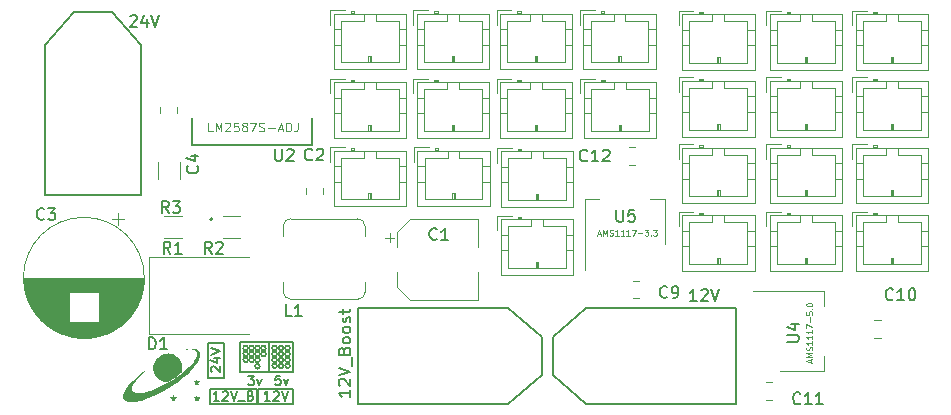
<source format=gbr>
%TF.GenerationSoftware,KiCad,Pcbnew,7.0.8*%
%TF.CreationDate,2023-12-06T00:15:51+05:30*%
%TF.ProjectId,PD Board,50442042-6f61-4726-942e-6b696361645f,V04*%
%TF.SameCoordinates,Original*%
%TF.FileFunction,Legend,Top*%
%TF.FilePolarity,Positive*%
%FSLAX46Y46*%
G04 Gerber Fmt 4.6, Leading zero omitted, Abs format (unit mm)*
G04 Created by KiCad (PCBNEW 7.0.8) date 2023-12-06 00:15:51*
%MOMM*%
%LPD*%
G01*
G04 APERTURE LIST*
%ADD10C,0.150000*%
%ADD11C,0.200000*%
%ADD12C,0.100000*%
%ADD13C,0.120000*%
%ADD14C,0.127000*%
G04 APERTURE END LIST*
D10*
X212450000Y-103100000D02*
G75*
G03*
X212450000Y-103100000I-200000J0D01*
G01*
X210700000Y-104100000D02*
X210700000Y-101600000D01*
X211900000Y-102100000D02*
G75*
G03*
X211900000Y-102100000I-200000J0D01*
G01*
X212450000Y-103600000D02*
G75*
G03*
X212450000Y-103600000I-200000J0D01*
G01*
X208900000Y-102100000D02*
G75*
G03*
X208900000Y-102100000I-200000J0D01*
G01*
X211900000Y-103100000D02*
G75*
G03*
X211900000Y-103100000I-200000J0D01*
G01*
X208900000Y-103100000D02*
G75*
G03*
X208900000Y-103100000I-200000J0D01*
G01*
X211350000Y-103100000D02*
G75*
G03*
X211350000Y-103100000I-200000J0D01*
G01*
X210400000Y-102100000D02*
G75*
G03*
X210400000Y-102100000I-200000J0D01*
G01*
X212450000Y-102600000D02*
G75*
G03*
X212450000Y-102600000I-200000J0D01*
G01*
X209900000Y-103650000D02*
G75*
G03*
X209900000Y-103650000I-200000J0D01*
G01*
X209750000Y-105550000D02*
X212750000Y-105550000D01*
X212750000Y-106850000D01*
X209750000Y-106850000D01*
X209750000Y-105550000D01*
X205550000Y-101650000D02*
X206850000Y-101650000D01*
X206850000Y-104650000D01*
X205550000Y-104650000D01*
X205550000Y-101650000D01*
X212700000Y-104100000D02*
X212700000Y-101600000D01*
X209400000Y-103100000D02*
G75*
G03*
X209400000Y-103100000I-200000J0D01*
G01*
X212450000Y-101600000D02*
X210700000Y-101600000D01*
X209900000Y-102100000D02*
G75*
G03*
X209900000Y-102100000I-200000J0D01*
G01*
X209400000Y-102600000D02*
G75*
G03*
X209400000Y-102600000I-200000J0D01*
G01*
X209400000Y-102100000D02*
G75*
G03*
X209400000Y-102100000I-200000J0D01*
G01*
X211350000Y-102100000D02*
G75*
G03*
X211350000Y-102100000I-200000J0D01*
G01*
X211900000Y-103600000D02*
G75*
G03*
X211900000Y-103600000I-200000J0D01*
G01*
X208200000Y-101850000D02*
X208200000Y-104100000D01*
X210400000Y-102600000D02*
G75*
G03*
X210400000Y-102600000I-200000J0D01*
G01*
X209900000Y-102600000D02*
G75*
G03*
X209900000Y-102600000I-200000J0D01*
G01*
X208200000Y-101850000D02*
X208200000Y-101600000D01*
X211900000Y-102600000D02*
G75*
G03*
X211900000Y-102600000I-200000J0D01*
G01*
X205650000Y-105550000D02*
X209650000Y-105550000D01*
X209650000Y-106850000D01*
X205650000Y-106850000D01*
X205650000Y-105550000D01*
X212450000Y-101600000D02*
X212700000Y-101600000D01*
X211350000Y-103600000D02*
G75*
G03*
X211350000Y-103600000I-200000J0D01*
G01*
X208200000Y-104100000D02*
X210700000Y-104100000D01*
X210700000Y-101600000D02*
X208200000Y-101600000D01*
X211350000Y-102600000D02*
G75*
G03*
X211350000Y-102600000I-200000J0D01*
G01*
X210700000Y-104100000D02*
X212700000Y-104100000D01*
X208900000Y-102600000D02*
G75*
G03*
X208900000Y-102600000I-200000J0D01*
G01*
X209900000Y-103100000D02*
G75*
G03*
X209900000Y-103100000I-200000J0D01*
G01*
X210700000Y-101600000D02*
X210700000Y-104100000D01*
X212450000Y-102100000D02*
G75*
G03*
X212450000Y-102100000I-200000J0D01*
G01*
X208912969Y-104444295D02*
X209408207Y-104444295D01*
X209408207Y-104444295D02*
X209141541Y-104749057D01*
X209141541Y-104749057D02*
X209255826Y-104749057D01*
X209255826Y-104749057D02*
X209332017Y-104787152D01*
X209332017Y-104787152D02*
X209370112Y-104825247D01*
X209370112Y-104825247D02*
X209408207Y-104901438D01*
X209408207Y-104901438D02*
X209408207Y-105091914D01*
X209408207Y-105091914D02*
X209370112Y-105168104D01*
X209370112Y-105168104D02*
X209332017Y-105206200D01*
X209332017Y-105206200D02*
X209255826Y-105244295D01*
X209255826Y-105244295D02*
X209027255Y-105244295D01*
X209027255Y-105244295D02*
X208951064Y-105206200D01*
X208951064Y-105206200D02*
X208912969Y-105168104D01*
X209674874Y-104710961D02*
X209865350Y-105244295D01*
X209865350Y-105244295D02*
X210055827Y-104710961D01*
X206458207Y-106544295D02*
X206001064Y-106544295D01*
X206229636Y-106544295D02*
X206229636Y-105744295D01*
X206229636Y-105744295D02*
X206153445Y-105858580D01*
X206153445Y-105858580D02*
X206077255Y-105934771D01*
X206077255Y-105934771D02*
X206001064Y-105972866D01*
X206762969Y-105820485D02*
X206801065Y-105782390D01*
X206801065Y-105782390D02*
X206877255Y-105744295D01*
X206877255Y-105744295D02*
X207067731Y-105744295D01*
X207067731Y-105744295D02*
X207143922Y-105782390D01*
X207143922Y-105782390D02*
X207182017Y-105820485D01*
X207182017Y-105820485D02*
X207220112Y-105896676D01*
X207220112Y-105896676D02*
X207220112Y-105972866D01*
X207220112Y-105972866D02*
X207182017Y-106087152D01*
X207182017Y-106087152D02*
X206724874Y-106544295D01*
X206724874Y-106544295D02*
X207220112Y-106544295D01*
X207448684Y-105744295D02*
X207715351Y-106544295D01*
X207715351Y-106544295D02*
X207982017Y-105744295D01*
X208058208Y-106620485D02*
X208667731Y-106620485D01*
X209124874Y-106125247D02*
X209239160Y-106163342D01*
X209239160Y-106163342D02*
X209277255Y-106201438D01*
X209277255Y-106201438D02*
X209315351Y-106277628D01*
X209315351Y-106277628D02*
X209315351Y-106391914D01*
X209315351Y-106391914D02*
X209277255Y-106468104D01*
X209277255Y-106468104D02*
X209239160Y-106506200D01*
X209239160Y-106506200D02*
X209162970Y-106544295D01*
X209162970Y-106544295D02*
X208858208Y-106544295D01*
X208858208Y-106544295D02*
X208858208Y-105744295D01*
X208858208Y-105744295D02*
X209124874Y-105744295D01*
X209124874Y-105744295D02*
X209201065Y-105782390D01*
X209201065Y-105782390D02*
X209239160Y-105820485D01*
X209239160Y-105820485D02*
X209277255Y-105896676D01*
X209277255Y-105896676D02*
X209277255Y-105972866D01*
X209277255Y-105972866D02*
X209239160Y-106049057D01*
X209239160Y-106049057D02*
X209201065Y-106087152D01*
X209201065Y-106087152D02*
X209124874Y-106125247D01*
X209124874Y-106125247D02*
X208858208Y-106125247D01*
X211620112Y-104444295D02*
X211239160Y-104444295D01*
X211239160Y-104444295D02*
X211201064Y-104825247D01*
X211201064Y-104825247D02*
X211239160Y-104787152D01*
X211239160Y-104787152D02*
X211315350Y-104749057D01*
X211315350Y-104749057D02*
X211505826Y-104749057D01*
X211505826Y-104749057D02*
X211582017Y-104787152D01*
X211582017Y-104787152D02*
X211620112Y-104825247D01*
X211620112Y-104825247D02*
X211658207Y-104901438D01*
X211658207Y-104901438D02*
X211658207Y-105091914D01*
X211658207Y-105091914D02*
X211620112Y-105168104D01*
X211620112Y-105168104D02*
X211582017Y-105206200D01*
X211582017Y-105206200D02*
X211505826Y-105244295D01*
X211505826Y-105244295D02*
X211315350Y-105244295D01*
X211315350Y-105244295D02*
X211239160Y-105206200D01*
X211239160Y-105206200D02*
X211201064Y-105168104D01*
X211924874Y-104710961D02*
X212115350Y-105244295D01*
X212115350Y-105244295D02*
X212305827Y-104710961D01*
X205820485Y-104098935D02*
X205782390Y-104060839D01*
X205782390Y-104060839D02*
X205744295Y-103984649D01*
X205744295Y-103984649D02*
X205744295Y-103794173D01*
X205744295Y-103794173D02*
X205782390Y-103717982D01*
X205782390Y-103717982D02*
X205820485Y-103679887D01*
X205820485Y-103679887D02*
X205896676Y-103641792D01*
X205896676Y-103641792D02*
X205972866Y-103641792D01*
X205972866Y-103641792D02*
X206087152Y-103679887D01*
X206087152Y-103679887D02*
X206544295Y-104137030D01*
X206544295Y-104137030D02*
X206544295Y-103641792D01*
X206010961Y-102956077D02*
X206544295Y-102956077D01*
X205706200Y-103146553D02*
X206277628Y-103337030D01*
X206277628Y-103337030D02*
X206277628Y-102841791D01*
X205744295Y-102651315D02*
X206544295Y-102384648D01*
X206544295Y-102384648D02*
X205744295Y-102117982D01*
D11*
X217567219Y-105656517D02*
X217567219Y-106227945D01*
X217567219Y-105942231D02*
X216567219Y-105942231D01*
X216567219Y-105942231D02*
X216710076Y-106037469D01*
X216710076Y-106037469D02*
X216805314Y-106132707D01*
X216805314Y-106132707D02*
X216852933Y-106227945D01*
X216662457Y-105275564D02*
X216614838Y-105227945D01*
X216614838Y-105227945D02*
X216567219Y-105132707D01*
X216567219Y-105132707D02*
X216567219Y-104894612D01*
X216567219Y-104894612D02*
X216614838Y-104799374D01*
X216614838Y-104799374D02*
X216662457Y-104751755D01*
X216662457Y-104751755D02*
X216757695Y-104704136D01*
X216757695Y-104704136D02*
X216852933Y-104704136D01*
X216852933Y-104704136D02*
X216995790Y-104751755D01*
X216995790Y-104751755D02*
X217567219Y-105323183D01*
X217567219Y-105323183D02*
X217567219Y-104704136D01*
X216567219Y-104418421D02*
X217567219Y-104085088D01*
X217567219Y-104085088D02*
X216567219Y-103751755D01*
X217662457Y-103656517D02*
X217662457Y-102894612D01*
X217043409Y-102323183D02*
X217091028Y-102180326D01*
X217091028Y-102180326D02*
X217138647Y-102132707D01*
X217138647Y-102132707D02*
X217233885Y-102085088D01*
X217233885Y-102085088D02*
X217376742Y-102085088D01*
X217376742Y-102085088D02*
X217471980Y-102132707D01*
X217471980Y-102132707D02*
X217519600Y-102180326D01*
X217519600Y-102180326D02*
X217567219Y-102275564D01*
X217567219Y-102275564D02*
X217567219Y-102656516D01*
X217567219Y-102656516D02*
X216567219Y-102656516D01*
X216567219Y-102656516D02*
X216567219Y-102323183D01*
X216567219Y-102323183D02*
X216614838Y-102227945D01*
X216614838Y-102227945D02*
X216662457Y-102180326D01*
X216662457Y-102180326D02*
X216757695Y-102132707D01*
X216757695Y-102132707D02*
X216852933Y-102132707D01*
X216852933Y-102132707D02*
X216948171Y-102180326D01*
X216948171Y-102180326D02*
X216995790Y-102227945D01*
X216995790Y-102227945D02*
X217043409Y-102323183D01*
X217043409Y-102323183D02*
X217043409Y-102656516D01*
X217567219Y-101513659D02*
X217519600Y-101608897D01*
X217519600Y-101608897D02*
X217471980Y-101656516D01*
X217471980Y-101656516D02*
X217376742Y-101704135D01*
X217376742Y-101704135D02*
X217091028Y-101704135D01*
X217091028Y-101704135D02*
X216995790Y-101656516D01*
X216995790Y-101656516D02*
X216948171Y-101608897D01*
X216948171Y-101608897D02*
X216900552Y-101513659D01*
X216900552Y-101513659D02*
X216900552Y-101370802D01*
X216900552Y-101370802D02*
X216948171Y-101275564D01*
X216948171Y-101275564D02*
X216995790Y-101227945D01*
X216995790Y-101227945D02*
X217091028Y-101180326D01*
X217091028Y-101180326D02*
X217376742Y-101180326D01*
X217376742Y-101180326D02*
X217471980Y-101227945D01*
X217471980Y-101227945D02*
X217519600Y-101275564D01*
X217519600Y-101275564D02*
X217567219Y-101370802D01*
X217567219Y-101370802D02*
X217567219Y-101513659D01*
X217567219Y-100608897D02*
X217519600Y-100704135D01*
X217519600Y-100704135D02*
X217471980Y-100751754D01*
X217471980Y-100751754D02*
X217376742Y-100799373D01*
X217376742Y-100799373D02*
X217091028Y-100799373D01*
X217091028Y-100799373D02*
X216995790Y-100751754D01*
X216995790Y-100751754D02*
X216948171Y-100704135D01*
X216948171Y-100704135D02*
X216900552Y-100608897D01*
X216900552Y-100608897D02*
X216900552Y-100466040D01*
X216900552Y-100466040D02*
X216948171Y-100370802D01*
X216948171Y-100370802D02*
X216995790Y-100323183D01*
X216995790Y-100323183D02*
X217091028Y-100275564D01*
X217091028Y-100275564D02*
X217376742Y-100275564D01*
X217376742Y-100275564D02*
X217471980Y-100323183D01*
X217471980Y-100323183D02*
X217519600Y-100370802D01*
X217519600Y-100370802D02*
X217567219Y-100466040D01*
X217567219Y-100466040D02*
X217567219Y-100608897D01*
X217519600Y-99894611D02*
X217567219Y-99799373D01*
X217567219Y-99799373D02*
X217567219Y-99608897D01*
X217567219Y-99608897D02*
X217519600Y-99513659D01*
X217519600Y-99513659D02*
X217424361Y-99466040D01*
X217424361Y-99466040D02*
X217376742Y-99466040D01*
X217376742Y-99466040D02*
X217281504Y-99513659D01*
X217281504Y-99513659D02*
X217233885Y-99608897D01*
X217233885Y-99608897D02*
X217233885Y-99751754D01*
X217233885Y-99751754D02*
X217186266Y-99846992D01*
X217186266Y-99846992D02*
X217091028Y-99894611D01*
X217091028Y-99894611D02*
X217043409Y-99894611D01*
X217043409Y-99894611D02*
X216948171Y-99846992D01*
X216948171Y-99846992D02*
X216900552Y-99751754D01*
X216900552Y-99751754D02*
X216900552Y-99608897D01*
X216900552Y-99608897D02*
X216948171Y-99513659D01*
X216900552Y-99180325D02*
X216900552Y-98799373D01*
X216567219Y-99037468D02*
X217424361Y-99037468D01*
X217424361Y-99037468D02*
X217519600Y-98989849D01*
X217519600Y-98989849D02*
X217567219Y-98894611D01*
X217567219Y-98894611D02*
X217567219Y-98799373D01*
D10*
X210758207Y-106544295D02*
X210301064Y-106544295D01*
X210529636Y-106544295D02*
X210529636Y-105744295D01*
X210529636Y-105744295D02*
X210453445Y-105858580D01*
X210453445Y-105858580D02*
X210377255Y-105934771D01*
X210377255Y-105934771D02*
X210301064Y-105972866D01*
X211062969Y-105820485D02*
X211101065Y-105782390D01*
X211101065Y-105782390D02*
X211177255Y-105744295D01*
X211177255Y-105744295D02*
X211367731Y-105744295D01*
X211367731Y-105744295D02*
X211443922Y-105782390D01*
X211443922Y-105782390D02*
X211482017Y-105820485D01*
X211482017Y-105820485D02*
X211520112Y-105896676D01*
X211520112Y-105896676D02*
X211520112Y-105972866D01*
X211520112Y-105972866D02*
X211482017Y-106087152D01*
X211482017Y-106087152D02*
X211024874Y-106544295D01*
X211024874Y-106544295D02*
X211520112Y-106544295D01*
X211748684Y-105744295D02*
X212015351Y-106544295D01*
X212015351Y-106544295D02*
X212282017Y-105744295D01*
X198914160Y-74015057D02*
X198961779Y-73967438D01*
X198961779Y-73967438D02*
X199057017Y-73919819D01*
X199057017Y-73919819D02*
X199295112Y-73919819D01*
X199295112Y-73919819D02*
X199390350Y-73967438D01*
X199390350Y-73967438D02*
X199437969Y-74015057D01*
X199437969Y-74015057D02*
X199485588Y-74110295D01*
X199485588Y-74110295D02*
X199485588Y-74205533D01*
X199485588Y-74205533D02*
X199437969Y-74348390D01*
X199437969Y-74348390D02*
X198866541Y-74919819D01*
X198866541Y-74919819D02*
X199485588Y-74919819D01*
X200342731Y-74253152D02*
X200342731Y-74919819D01*
X200104636Y-73872200D02*
X199866541Y-74586485D01*
X199866541Y-74586485D02*
X200485588Y-74586485D01*
X200723684Y-73919819D02*
X201057017Y-74919819D01*
X201057017Y-74919819D02*
X201390350Y-73919819D01*
D11*
X246893482Y-98117219D02*
X246322054Y-98117219D01*
X246607768Y-98117219D02*
X246607768Y-97117219D01*
X246607768Y-97117219D02*
X246512530Y-97260076D01*
X246512530Y-97260076D02*
X246417292Y-97355314D01*
X246417292Y-97355314D02*
X246322054Y-97402933D01*
X247274435Y-97212457D02*
X247322054Y-97164838D01*
X247322054Y-97164838D02*
X247417292Y-97117219D01*
X247417292Y-97117219D02*
X247655387Y-97117219D01*
X247655387Y-97117219D02*
X247750625Y-97164838D01*
X247750625Y-97164838D02*
X247798244Y-97212457D01*
X247798244Y-97212457D02*
X247845863Y-97307695D01*
X247845863Y-97307695D02*
X247845863Y-97402933D01*
X247845863Y-97402933D02*
X247798244Y-97545790D01*
X247798244Y-97545790D02*
X247226816Y-98117219D01*
X247226816Y-98117219D02*
X247845863Y-98117219D01*
X248131578Y-97117219D02*
X248464911Y-98117219D01*
X248464911Y-98117219D02*
X248798244Y-97117219D01*
D10*
X205833333Y-94104819D02*
X205500000Y-93628628D01*
X205261905Y-94104819D02*
X205261905Y-93104819D01*
X205261905Y-93104819D02*
X205642857Y-93104819D01*
X205642857Y-93104819D02*
X205738095Y-93152438D01*
X205738095Y-93152438D02*
X205785714Y-93200057D01*
X205785714Y-93200057D02*
X205833333Y-93295295D01*
X205833333Y-93295295D02*
X205833333Y-93438152D01*
X205833333Y-93438152D02*
X205785714Y-93533390D01*
X205785714Y-93533390D02*
X205738095Y-93581009D01*
X205738095Y-93581009D02*
X205642857Y-93628628D01*
X205642857Y-93628628D02*
X205261905Y-93628628D01*
X206214286Y-93200057D02*
X206261905Y-93152438D01*
X206261905Y-93152438D02*
X206357143Y-93104819D01*
X206357143Y-93104819D02*
X206595238Y-93104819D01*
X206595238Y-93104819D02*
X206690476Y-93152438D01*
X206690476Y-93152438D02*
X206738095Y-93200057D01*
X206738095Y-93200057D02*
X206785714Y-93295295D01*
X206785714Y-93295295D02*
X206785714Y-93390533D01*
X206785714Y-93390533D02*
X206738095Y-93533390D01*
X206738095Y-93533390D02*
X206166667Y-94104819D01*
X206166667Y-94104819D02*
X206785714Y-94104819D01*
X212583333Y-99404819D02*
X212107143Y-99404819D01*
X212107143Y-99404819D02*
X212107143Y-98404819D01*
X213440476Y-99404819D02*
X212869048Y-99404819D01*
X213154762Y-99404819D02*
X213154762Y-98404819D01*
X213154762Y-98404819D02*
X213059524Y-98547676D01*
X213059524Y-98547676D02*
X212964286Y-98642914D01*
X212964286Y-98642914D02*
X212869048Y-98690533D01*
X202333333Y-94104819D02*
X202000000Y-93628628D01*
X201761905Y-94104819D02*
X201761905Y-93104819D01*
X201761905Y-93104819D02*
X202142857Y-93104819D01*
X202142857Y-93104819D02*
X202238095Y-93152438D01*
X202238095Y-93152438D02*
X202285714Y-93200057D01*
X202285714Y-93200057D02*
X202333333Y-93295295D01*
X202333333Y-93295295D02*
X202333333Y-93438152D01*
X202333333Y-93438152D02*
X202285714Y-93533390D01*
X202285714Y-93533390D02*
X202238095Y-93581009D01*
X202238095Y-93581009D02*
X202142857Y-93628628D01*
X202142857Y-93628628D02*
X201761905Y-93628628D01*
X203285714Y-94104819D02*
X202714286Y-94104819D01*
X203000000Y-94104819D02*
X203000000Y-93104819D01*
X203000000Y-93104819D02*
X202904762Y-93247676D01*
X202904762Y-93247676D02*
X202809524Y-93342914D01*
X202809524Y-93342914D02*
X202714286Y-93390533D01*
X240088095Y-90404819D02*
X240088095Y-91214342D01*
X240088095Y-91214342D02*
X240135714Y-91309580D01*
X240135714Y-91309580D02*
X240183333Y-91357200D01*
X240183333Y-91357200D02*
X240278571Y-91404819D01*
X240278571Y-91404819D02*
X240469047Y-91404819D01*
X240469047Y-91404819D02*
X240564285Y-91357200D01*
X240564285Y-91357200D02*
X240611904Y-91309580D01*
X240611904Y-91309580D02*
X240659523Y-91214342D01*
X240659523Y-91214342D02*
X240659523Y-90404819D01*
X241611904Y-90404819D02*
X241135714Y-90404819D01*
X241135714Y-90404819D02*
X241088095Y-90881009D01*
X241088095Y-90881009D02*
X241135714Y-90833390D01*
X241135714Y-90833390D02*
X241230952Y-90785771D01*
X241230952Y-90785771D02*
X241469047Y-90785771D01*
X241469047Y-90785771D02*
X241564285Y-90833390D01*
X241564285Y-90833390D02*
X241611904Y-90881009D01*
X241611904Y-90881009D02*
X241659523Y-90976247D01*
X241659523Y-90976247D02*
X241659523Y-91214342D01*
X241659523Y-91214342D02*
X241611904Y-91309580D01*
X241611904Y-91309580D02*
X241564285Y-91357200D01*
X241564285Y-91357200D02*
X241469047Y-91404819D01*
X241469047Y-91404819D02*
X241230952Y-91404819D01*
X241230952Y-91404819D02*
X241135714Y-91357200D01*
X241135714Y-91357200D02*
X241088095Y-91309580D01*
D12*
X238511027Y-92440752D02*
X238749122Y-92440752D01*
X238463408Y-92583609D02*
X238630074Y-92083609D01*
X238630074Y-92083609D02*
X238796741Y-92583609D01*
X238963407Y-92583609D02*
X238963407Y-92083609D01*
X238963407Y-92083609D02*
X239130074Y-92440752D01*
X239130074Y-92440752D02*
X239296740Y-92083609D01*
X239296740Y-92083609D02*
X239296740Y-92583609D01*
X239511027Y-92559800D02*
X239582455Y-92583609D01*
X239582455Y-92583609D02*
X239701503Y-92583609D01*
X239701503Y-92583609D02*
X239749122Y-92559800D01*
X239749122Y-92559800D02*
X239772931Y-92535990D01*
X239772931Y-92535990D02*
X239796741Y-92488371D01*
X239796741Y-92488371D02*
X239796741Y-92440752D01*
X239796741Y-92440752D02*
X239772931Y-92393133D01*
X239772931Y-92393133D02*
X239749122Y-92369323D01*
X239749122Y-92369323D02*
X239701503Y-92345514D01*
X239701503Y-92345514D02*
X239606265Y-92321704D01*
X239606265Y-92321704D02*
X239558646Y-92297895D01*
X239558646Y-92297895D02*
X239534836Y-92274085D01*
X239534836Y-92274085D02*
X239511027Y-92226466D01*
X239511027Y-92226466D02*
X239511027Y-92178847D01*
X239511027Y-92178847D02*
X239534836Y-92131228D01*
X239534836Y-92131228D02*
X239558646Y-92107419D01*
X239558646Y-92107419D02*
X239606265Y-92083609D01*
X239606265Y-92083609D02*
X239725312Y-92083609D01*
X239725312Y-92083609D02*
X239796741Y-92107419D01*
X240272931Y-92583609D02*
X239987217Y-92583609D01*
X240130074Y-92583609D02*
X240130074Y-92083609D01*
X240130074Y-92083609D02*
X240082455Y-92155038D01*
X240082455Y-92155038D02*
X240034836Y-92202657D01*
X240034836Y-92202657D02*
X239987217Y-92226466D01*
X240749121Y-92583609D02*
X240463407Y-92583609D01*
X240606264Y-92583609D02*
X240606264Y-92083609D01*
X240606264Y-92083609D02*
X240558645Y-92155038D01*
X240558645Y-92155038D02*
X240511026Y-92202657D01*
X240511026Y-92202657D02*
X240463407Y-92226466D01*
X241225311Y-92583609D02*
X240939597Y-92583609D01*
X241082454Y-92583609D02*
X241082454Y-92083609D01*
X241082454Y-92083609D02*
X241034835Y-92155038D01*
X241034835Y-92155038D02*
X240987216Y-92202657D01*
X240987216Y-92202657D02*
X240939597Y-92226466D01*
X241391977Y-92083609D02*
X241725310Y-92083609D01*
X241725310Y-92083609D02*
X241511025Y-92583609D01*
X241915786Y-92393133D02*
X242296739Y-92393133D01*
X242487215Y-92083609D02*
X242796739Y-92083609D01*
X242796739Y-92083609D02*
X242630072Y-92274085D01*
X242630072Y-92274085D02*
X242701501Y-92274085D01*
X242701501Y-92274085D02*
X242749120Y-92297895D01*
X242749120Y-92297895D02*
X242772929Y-92321704D01*
X242772929Y-92321704D02*
X242796739Y-92369323D01*
X242796739Y-92369323D02*
X242796739Y-92488371D01*
X242796739Y-92488371D02*
X242772929Y-92535990D01*
X242772929Y-92535990D02*
X242749120Y-92559800D01*
X242749120Y-92559800D02*
X242701501Y-92583609D01*
X242701501Y-92583609D02*
X242558644Y-92583609D01*
X242558644Y-92583609D02*
X242511025Y-92559800D01*
X242511025Y-92559800D02*
X242487215Y-92535990D01*
X243011024Y-92535990D02*
X243034834Y-92559800D01*
X243034834Y-92559800D02*
X243011024Y-92583609D01*
X243011024Y-92583609D02*
X242987215Y-92559800D01*
X242987215Y-92559800D02*
X243011024Y-92535990D01*
X243011024Y-92535990D02*
X243011024Y-92583609D01*
X243201500Y-92083609D02*
X243511024Y-92083609D01*
X243511024Y-92083609D02*
X243344357Y-92274085D01*
X243344357Y-92274085D02*
X243415786Y-92274085D01*
X243415786Y-92274085D02*
X243463405Y-92297895D01*
X243463405Y-92297895D02*
X243487214Y-92321704D01*
X243487214Y-92321704D02*
X243511024Y-92369323D01*
X243511024Y-92369323D02*
X243511024Y-92488371D01*
X243511024Y-92488371D02*
X243487214Y-92535990D01*
X243487214Y-92535990D02*
X243463405Y-92559800D01*
X243463405Y-92559800D02*
X243415786Y-92583609D01*
X243415786Y-92583609D02*
X243272929Y-92583609D01*
X243272929Y-92583609D02*
X243225310Y-92559800D01*
X243225310Y-92559800D02*
X243201500Y-92535990D01*
D10*
X214333333Y-86109580D02*
X214285714Y-86157200D01*
X214285714Y-86157200D02*
X214142857Y-86204819D01*
X214142857Y-86204819D02*
X214047619Y-86204819D01*
X214047619Y-86204819D02*
X213904762Y-86157200D01*
X213904762Y-86157200D02*
X213809524Y-86061961D01*
X213809524Y-86061961D02*
X213761905Y-85966723D01*
X213761905Y-85966723D02*
X213714286Y-85776247D01*
X213714286Y-85776247D02*
X213714286Y-85633390D01*
X213714286Y-85633390D02*
X213761905Y-85442914D01*
X213761905Y-85442914D02*
X213809524Y-85347676D01*
X213809524Y-85347676D02*
X213904762Y-85252438D01*
X213904762Y-85252438D02*
X214047619Y-85204819D01*
X214047619Y-85204819D02*
X214142857Y-85204819D01*
X214142857Y-85204819D02*
X214285714Y-85252438D01*
X214285714Y-85252438D02*
X214333333Y-85300057D01*
X214714286Y-85300057D02*
X214761905Y-85252438D01*
X214761905Y-85252438D02*
X214857143Y-85204819D01*
X214857143Y-85204819D02*
X215095238Y-85204819D01*
X215095238Y-85204819D02*
X215190476Y-85252438D01*
X215190476Y-85252438D02*
X215238095Y-85300057D01*
X215238095Y-85300057D02*
X215285714Y-85395295D01*
X215285714Y-85395295D02*
X215285714Y-85490533D01*
X215285714Y-85490533D02*
X215238095Y-85633390D01*
X215238095Y-85633390D02*
X214666667Y-86204819D01*
X214666667Y-86204819D02*
X215285714Y-86204819D01*
X204609580Y-86666666D02*
X204657200Y-86714285D01*
X204657200Y-86714285D02*
X204704819Y-86857142D01*
X204704819Y-86857142D02*
X204704819Y-86952380D01*
X204704819Y-86952380D02*
X204657200Y-87095237D01*
X204657200Y-87095237D02*
X204561961Y-87190475D01*
X204561961Y-87190475D02*
X204466723Y-87238094D01*
X204466723Y-87238094D02*
X204276247Y-87285713D01*
X204276247Y-87285713D02*
X204133390Y-87285713D01*
X204133390Y-87285713D02*
X203942914Y-87238094D01*
X203942914Y-87238094D02*
X203847676Y-87190475D01*
X203847676Y-87190475D02*
X203752438Y-87095237D01*
X203752438Y-87095237D02*
X203704819Y-86952380D01*
X203704819Y-86952380D02*
X203704819Y-86857142D01*
X203704819Y-86857142D02*
X203752438Y-86714285D01*
X203752438Y-86714285D02*
X203800057Y-86666666D01*
X204038152Y-85809523D02*
X204704819Y-85809523D01*
X203657200Y-86047618D02*
X204371485Y-86285713D01*
X204371485Y-86285713D02*
X204371485Y-85666666D01*
X224883333Y-92859580D02*
X224835714Y-92907200D01*
X224835714Y-92907200D02*
X224692857Y-92954819D01*
X224692857Y-92954819D02*
X224597619Y-92954819D01*
X224597619Y-92954819D02*
X224454762Y-92907200D01*
X224454762Y-92907200D02*
X224359524Y-92811961D01*
X224359524Y-92811961D02*
X224311905Y-92716723D01*
X224311905Y-92716723D02*
X224264286Y-92526247D01*
X224264286Y-92526247D02*
X224264286Y-92383390D01*
X224264286Y-92383390D02*
X224311905Y-92192914D01*
X224311905Y-92192914D02*
X224359524Y-92097676D01*
X224359524Y-92097676D02*
X224454762Y-92002438D01*
X224454762Y-92002438D02*
X224597619Y-91954819D01*
X224597619Y-91954819D02*
X224692857Y-91954819D01*
X224692857Y-91954819D02*
X224835714Y-92002438D01*
X224835714Y-92002438D02*
X224883333Y-92050057D01*
X225835714Y-92954819D02*
X225264286Y-92954819D01*
X225550000Y-92954819D02*
X225550000Y-91954819D01*
X225550000Y-91954819D02*
X225454762Y-92097676D01*
X225454762Y-92097676D02*
X225359524Y-92192914D01*
X225359524Y-92192914D02*
X225264286Y-92240533D01*
X191633333Y-91159580D02*
X191585714Y-91207200D01*
X191585714Y-91207200D02*
X191442857Y-91254819D01*
X191442857Y-91254819D02*
X191347619Y-91254819D01*
X191347619Y-91254819D02*
X191204762Y-91207200D01*
X191204762Y-91207200D02*
X191109524Y-91111961D01*
X191109524Y-91111961D02*
X191061905Y-91016723D01*
X191061905Y-91016723D02*
X191014286Y-90826247D01*
X191014286Y-90826247D02*
X191014286Y-90683390D01*
X191014286Y-90683390D02*
X191061905Y-90492914D01*
X191061905Y-90492914D02*
X191109524Y-90397676D01*
X191109524Y-90397676D02*
X191204762Y-90302438D01*
X191204762Y-90302438D02*
X191347619Y-90254819D01*
X191347619Y-90254819D02*
X191442857Y-90254819D01*
X191442857Y-90254819D02*
X191585714Y-90302438D01*
X191585714Y-90302438D02*
X191633333Y-90350057D01*
X191966667Y-90254819D02*
X192585714Y-90254819D01*
X192585714Y-90254819D02*
X192252381Y-90635771D01*
X192252381Y-90635771D02*
X192395238Y-90635771D01*
X192395238Y-90635771D02*
X192490476Y-90683390D01*
X192490476Y-90683390D02*
X192538095Y-90731009D01*
X192538095Y-90731009D02*
X192585714Y-90826247D01*
X192585714Y-90826247D02*
X192585714Y-91064342D01*
X192585714Y-91064342D02*
X192538095Y-91159580D01*
X192538095Y-91159580D02*
X192490476Y-91207200D01*
X192490476Y-91207200D02*
X192395238Y-91254819D01*
X192395238Y-91254819D02*
X192109524Y-91254819D01*
X192109524Y-91254819D02*
X192014286Y-91207200D01*
X192014286Y-91207200D02*
X191966667Y-91159580D01*
X200511905Y-102204819D02*
X200511905Y-101204819D01*
X200511905Y-101204819D02*
X200750000Y-101204819D01*
X200750000Y-101204819D02*
X200892857Y-101252438D01*
X200892857Y-101252438D02*
X200988095Y-101347676D01*
X200988095Y-101347676D02*
X201035714Y-101442914D01*
X201035714Y-101442914D02*
X201083333Y-101633390D01*
X201083333Y-101633390D02*
X201083333Y-101776247D01*
X201083333Y-101776247D02*
X201035714Y-101966723D01*
X201035714Y-101966723D02*
X200988095Y-102061961D01*
X200988095Y-102061961D02*
X200892857Y-102157200D01*
X200892857Y-102157200D02*
X200750000Y-102204819D01*
X200750000Y-102204819D02*
X200511905Y-102204819D01*
X202035714Y-102204819D02*
X201464286Y-102204819D01*
X201750000Y-102204819D02*
X201750000Y-101204819D01*
X201750000Y-101204819D02*
X201654762Y-101347676D01*
X201654762Y-101347676D02*
X201559524Y-101442914D01*
X201559524Y-101442914D02*
X201464286Y-101490533D01*
X255657142Y-106759580D02*
X255609523Y-106807200D01*
X255609523Y-106807200D02*
X255466666Y-106854819D01*
X255466666Y-106854819D02*
X255371428Y-106854819D01*
X255371428Y-106854819D02*
X255228571Y-106807200D01*
X255228571Y-106807200D02*
X255133333Y-106711961D01*
X255133333Y-106711961D02*
X255085714Y-106616723D01*
X255085714Y-106616723D02*
X255038095Y-106426247D01*
X255038095Y-106426247D02*
X255038095Y-106283390D01*
X255038095Y-106283390D02*
X255085714Y-106092914D01*
X255085714Y-106092914D02*
X255133333Y-105997676D01*
X255133333Y-105997676D02*
X255228571Y-105902438D01*
X255228571Y-105902438D02*
X255371428Y-105854819D01*
X255371428Y-105854819D02*
X255466666Y-105854819D01*
X255466666Y-105854819D02*
X255609523Y-105902438D01*
X255609523Y-105902438D02*
X255657142Y-105950057D01*
X256609523Y-106854819D02*
X256038095Y-106854819D01*
X256323809Y-106854819D02*
X256323809Y-105854819D01*
X256323809Y-105854819D02*
X256228571Y-105997676D01*
X256228571Y-105997676D02*
X256133333Y-106092914D01*
X256133333Y-106092914D02*
X256038095Y-106140533D01*
X257561904Y-106854819D02*
X256990476Y-106854819D01*
X257276190Y-106854819D02*
X257276190Y-105854819D01*
X257276190Y-105854819D02*
X257180952Y-105997676D01*
X257180952Y-105997676D02*
X257085714Y-106092914D01*
X257085714Y-106092914D02*
X256990476Y-106140533D01*
X244383333Y-97759580D02*
X244335714Y-97807200D01*
X244335714Y-97807200D02*
X244192857Y-97854819D01*
X244192857Y-97854819D02*
X244097619Y-97854819D01*
X244097619Y-97854819D02*
X243954762Y-97807200D01*
X243954762Y-97807200D02*
X243859524Y-97711961D01*
X243859524Y-97711961D02*
X243811905Y-97616723D01*
X243811905Y-97616723D02*
X243764286Y-97426247D01*
X243764286Y-97426247D02*
X243764286Y-97283390D01*
X243764286Y-97283390D02*
X243811905Y-97092914D01*
X243811905Y-97092914D02*
X243859524Y-96997676D01*
X243859524Y-96997676D02*
X243954762Y-96902438D01*
X243954762Y-96902438D02*
X244097619Y-96854819D01*
X244097619Y-96854819D02*
X244192857Y-96854819D01*
X244192857Y-96854819D02*
X244335714Y-96902438D01*
X244335714Y-96902438D02*
X244383333Y-96950057D01*
X244859524Y-97854819D02*
X245050000Y-97854819D01*
X245050000Y-97854819D02*
X245145238Y-97807200D01*
X245145238Y-97807200D02*
X245192857Y-97759580D01*
X245192857Y-97759580D02*
X245288095Y-97616723D01*
X245288095Y-97616723D02*
X245335714Y-97426247D01*
X245335714Y-97426247D02*
X245335714Y-97045295D01*
X245335714Y-97045295D02*
X245288095Y-96950057D01*
X245288095Y-96950057D02*
X245240476Y-96902438D01*
X245240476Y-96902438D02*
X245145238Y-96854819D01*
X245145238Y-96854819D02*
X244954762Y-96854819D01*
X244954762Y-96854819D02*
X244859524Y-96902438D01*
X244859524Y-96902438D02*
X244811905Y-96950057D01*
X244811905Y-96950057D02*
X244764286Y-97045295D01*
X244764286Y-97045295D02*
X244764286Y-97283390D01*
X244764286Y-97283390D02*
X244811905Y-97378628D01*
X244811905Y-97378628D02*
X244859524Y-97426247D01*
X244859524Y-97426247D02*
X244954762Y-97473866D01*
X244954762Y-97473866D02*
X245145238Y-97473866D01*
X245145238Y-97473866D02*
X245240476Y-97426247D01*
X245240476Y-97426247D02*
X245288095Y-97378628D01*
X245288095Y-97378628D02*
X245335714Y-97283390D01*
X263507142Y-97959580D02*
X263459523Y-98007200D01*
X263459523Y-98007200D02*
X263316666Y-98054819D01*
X263316666Y-98054819D02*
X263221428Y-98054819D01*
X263221428Y-98054819D02*
X263078571Y-98007200D01*
X263078571Y-98007200D02*
X262983333Y-97911961D01*
X262983333Y-97911961D02*
X262935714Y-97816723D01*
X262935714Y-97816723D02*
X262888095Y-97626247D01*
X262888095Y-97626247D02*
X262888095Y-97483390D01*
X262888095Y-97483390D02*
X262935714Y-97292914D01*
X262935714Y-97292914D02*
X262983333Y-97197676D01*
X262983333Y-97197676D02*
X263078571Y-97102438D01*
X263078571Y-97102438D02*
X263221428Y-97054819D01*
X263221428Y-97054819D02*
X263316666Y-97054819D01*
X263316666Y-97054819D02*
X263459523Y-97102438D01*
X263459523Y-97102438D02*
X263507142Y-97150057D01*
X264459523Y-98054819D02*
X263888095Y-98054819D01*
X264173809Y-98054819D02*
X264173809Y-97054819D01*
X264173809Y-97054819D02*
X264078571Y-97197676D01*
X264078571Y-97197676D02*
X263983333Y-97292914D01*
X263983333Y-97292914D02*
X263888095Y-97340533D01*
X265078571Y-97054819D02*
X265173809Y-97054819D01*
X265173809Y-97054819D02*
X265269047Y-97102438D01*
X265269047Y-97102438D02*
X265316666Y-97150057D01*
X265316666Y-97150057D02*
X265364285Y-97245295D01*
X265364285Y-97245295D02*
X265411904Y-97435771D01*
X265411904Y-97435771D02*
X265411904Y-97673866D01*
X265411904Y-97673866D02*
X265364285Y-97864342D01*
X265364285Y-97864342D02*
X265316666Y-97959580D01*
X265316666Y-97959580D02*
X265269047Y-98007200D01*
X265269047Y-98007200D02*
X265173809Y-98054819D01*
X265173809Y-98054819D02*
X265078571Y-98054819D01*
X265078571Y-98054819D02*
X264983333Y-98007200D01*
X264983333Y-98007200D02*
X264935714Y-97959580D01*
X264935714Y-97959580D02*
X264888095Y-97864342D01*
X264888095Y-97864342D02*
X264840476Y-97673866D01*
X264840476Y-97673866D02*
X264840476Y-97435771D01*
X264840476Y-97435771D02*
X264888095Y-97245295D01*
X264888095Y-97245295D02*
X264935714Y-97150057D01*
X264935714Y-97150057D02*
X264983333Y-97102438D01*
X264983333Y-97102438D02*
X265078571Y-97054819D01*
X202183333Y-90654819D02*
X201850000Y-90178628D01*
X201611905Y-90654819D02*
X201611905Y-89654819D01*
X201611905Y-89654819D02*
X201992857Y-89654819D01*
X201992857Y-89654819D02*
X202088095Y-89702438D01*
X202088095Y-89702438D02*
X202135714Y-89750057D01*
X202135714Y-89750057D02*
X202183333Y-89845295D01*
X202183333Y-89845295D02*
X202183333Y-89988152D01*
X202183333Y-89988152D02*
X202135714Y-90083390D01*
X202135714Y-90083390D02*
X202088095Y-90131009D01*
X202088095Y-90131009D02*
X201992857Y-90178628D01*
X201992857Y-90178628D02*
X201611905Y-90178628D01*
X202516667Y-89654819D02*
X203135714Y-89654819D01*
X203135714Y-89654819D02*
X202802381Y-90035771D01*
X202802381Y-90035771D02*
X202945238Y-90035771D01*
X202945238Y-90035771D02*
X203040476Y-90083390D01*
X203040476Y-90083390D02*
X203088095Y-90131009D01*
X203088095Y-90131009D02*
X203135714Y-90226247D01*
X203135714Y-90226247D02*
X203135714Y-90464342D01*
X203135714Y-90464342D02*
X203088095Y-90559580D01*
X203088095Y-90559580D02*
X203040476Y-90607200D01*
X203040476Y-90607200D02*
X202945238Y-90654819D01*
X202945238Y-90654819D02*
X202659524Y-90654819D01*
X202659524Y-90654819D02*
X202564286Y-90607200D01*
X202564286Y-90607200D02*
X202516667Y-90559580D01*
X254554819Y-101561904D02*
X255364342Y-101561904D01*
X255364342Y-101561904D02*
X255459580Y-101514285D01*
X255459580Y-101514285D02*
X255507200Y-101466666D01*
X255507200Y-101466666D02*
X255554819Y-101371428D01*
X255554819Y-101371428D02*
X255554819Y-101180952D01*
X255554819Y-101180952D02*
X255507200Y-101085714D01*
X255507200Y-101085714D02*
X255459580Y-101038095D01*
X255459580Y-101038095D02*
X255364342Y-100990476D01*
X255364342Y-100990476D02*
X254554819Y-100990476D01*
X254888152Y-100085714D02*
X255554819Y-100085714D01*
X254507200Y-100323809D02*
X255221485Y-100561904D01*
X255221485Y-100561904D02*
X255221485Y-99942857D01*
D12*
X256540752Y-103288972D02*
X256540752Y-103050877D01*
X256683609Y-103336591D02*
X256183609Y-103169925D01*
X256183609Y-103169925D02*
X256683609Y-103003258D01*
X256683609Y-102836592D02*
X256183609Y-102836592D01*
X256183609Y-102836592D02*
X256540752Y-102669925D01*
X256540752Y-102669925D02*
X256183609Y-102503259D01*
X256183609Y-102503259D02*
X256683609Y-102503259D01*
X256659800Y-102288972D02*
X256683609Y-102217544D01*
X256683609Y-102217544D02*
X256683609Y-102098496D01*
X256683609Y-102098496D02*
X256659800Y-102050877D01*
X256659800Y-102050877D02*
X256635990Y-102027068D01*
X256635990Y-102027068D02*
X256588371Y-102003258D01*
X256588371Y-102003258D02*
X256540752Y-102003258D01*
X256540752Y-102003258D02*
X256493133Y-102027068D01*
X256493133Y-102027068D02*
X256469323Y-102050877D01*
X256469323Y-102050877D02*
X256445514Y-102098496D01*
X256445514Y-102098496D02*
X256421704Y-102193734D01*
X256421704Y-102193734D02*
X256397895Y-102241353D01*
X256397895Y-102241353D02*
X256374085Y-102265163D01*
X256374085Y-102265163D02*
X256326466Y-102288972D01*
X256326466Y-102288972D02*
X256278847Y-102288972D01*
X256278847Y-102288972D02*
X256231228Y-102265163D01*
X256231228Y-102265163D02*
X256207419Y-102241353D01*
X256207419Y-102241353D02*
X256183609Y-102193734D01*
X256183609Y-102193734D02*
X256183609Y-102074687D01*
X256183609Y-102074687D02*
X256207419Y-102003258D01*
X256683609Y-101527068D02*
X256683609Y-101812782D01*
X256683609Y-101669925D02*
X256183609Y-101669925D01*
X256183609Y-101669925D02*
X256255038Y-101717544D01*
X256255038Y-101717544D02*
X256302657Y-101765163D01*
X256302657Y-101765163D02*
X256326466Y-101812782D01*
X256683609Y-101050878D02*
X256683609Y-101336592D01*
X256683609Y-101193735D02*
X256183609Y-101193735D01*
X256183609Y-101193735D02*
X256255038Y-101241354D01*
X256255038Y-101241354D02*
X256302657Y-101288973D01*
X256302657Y-101288973D02*
X256326466Y-101336592D01*
X256683609Y-100574688D02*
X256683609Y-100860402D01*
X256683609Y-100717545D02*
X256183609Y-100717545D01*
X256183609Y-100717545D02*
X256255038Y-100765164D01*
X256255038Y-100765164D02*
X256302657Y-100812783D01*
X256302657Y-100812783D02*
X256326466Y-100860402D01*
X256183609Y-100408022D02*
X256183609Y-100074689D01*
X256183609Y-100074689D02*
X256683609Y-100288974D01*
X256493133Y-99884213D02*
X256493133Y-99503261D01*
X256183609Y-99027070D02*
X256183609Y-99265165D01*
X256183609Y-99265165D02*
X256421704Y-99288974D01*
X256421704Y-99288974D02*
X256397895Y-99265165D01*
X256397895Y-99265165D02*
X256374085Y-99217546D01*
X256374085Y-99217546D02*
X256374085Y-99098498D01*
X256374085Y-99098498D02*
X256397895Y-99050879D01*
X256397895Y-99050879D02*
X256421704Y-99027070D01*
X256421704Y-99027070D02*
X256469323Y-99003260D01*
X256469323Y-99003260D02*
X256588371Y-99003260D01*
X256588371Y-99003260D02*
X256635990Y-99027070D01*
X256635990Y-99027070D02*
X256659800Y-99050879D01*
X256659800Y-99050879D02*
X256683609Y-99098498D01*
X256683609Y-99098498D02*
X256683609Y-99217546D01*
X256683609Y-99217546D02*
X256659800Y-99265165D01*
X256659800Y-99265165D02*
X256635990Y-99288974D01*
X256635990Y-98788975D02*
X256659800Y-98765165D01*
X256659800Y-98765165D02*
X256683609Y-98788975D01*
X256683609Y-98788975D02*
X256659800Y-98812784D01*
X256659800Y-98812784D02*
X256635990Y-98788975D01*
X256635990Y-98788975D02*
X256683609Y-98788975D01*
X256183609Y-98455642D02*
X256183609Y-98408023D01*
X256183609Y-98408023D02*
X256207419Y-98360404D01*
X256207419Y-98360404D02*
X256231228Y-98336594D01*
X256231228Y-98336594D02*
X256278847Y-98312785D01*
X256278847Y-98312785D02*
X256374085Y-98288975D01*
X256374085Y-98288975D02*
X256493133Y-98288975D01*
X256493133Y-98288975D02*
X256588371Y-98312785D01*
X256588371Y-98312785D02*
X256635990Y-98336594D01*
X256635990Y-98336594D02*
X256659800Y-98360404D01*
X256659800Y-98360404D02*
X256683609Y-98408023D01*
X256683609Y-98408023D02*
X256683609Y-98455642D01*
X256683609Y-98455642D02*
X256659800Y-98503261D01*
X256659800Y-98503261D02*
X256635990Y-98527070D01*
X256635990Y-98527070D02*
X256588371Y-98550880D01*
X256588371Y-98550880D02*
X256493133Y-98574689D01*
X256493133Y-98574689D02*
X256374085Y-98574689D01*
X256374085Y-98574689D02*
X256278847Y-98550880D01*
X256278847Y-98550880D02*
X256231228Y-98527070D01*
X256231228Y-98527070D02*
X256207419Y-98503261D01*
X256207419Y-98503261D02*
X256183609Y-98455642D01*
D10*
X237607142Y-86209580D02*
X237559523Y-86257200D01*
X237559523Y-86257200D02*
X237416666Y-86304819D01*
X237416666Y-86304819D02*
X237321428Y-86304819D01*
X237321428Y-86304819D02*
X237178571Y-86257200D01*
X237178571Y-86257200D02*
X237083333Y-86161961D01*
X237083333Y-86161961D02*
X237035714Y-86066723D01*
X237035714Y-86066723D02*
X236988095Y-85876247D01*
X236988095Y-85876247D02*
X236988095Y-85733390D01*
X236988095Y-85733390D02*
X237035714Y-85542914D01*
X237035714Y-85542914D02*
X237083333Y-85447676D01*
X237083333Y-85447676D02*
X237178571Y-85352438D01*
X237178571Y-85352438D02*
X237321428Y-85304819D01*
X237321428Y-85304819D02*
X237416666Y-85304819D01*
X237416666Y-85304819D02*
X237559523Y-85352438D01*
X237559523Y-85352438D02*
X237607142Y-85400057D01*
X238559523Y-86304819D02*
X237988095Y-86304819D01*
X238273809Y-86304819D02*
X238273809Y-85304819D01*
X238273809Y-85304819D02*
X238178571Y-85447676D01*
X238178571Y-85447676D02*
X238083333Y-85542914D01*
X238083333Y-85542914D02*
X237988095Y-85590533D01*
X238940476Y-85400057D02*
X238988095Y-85352438D01*
X238988095Y-85352438D02*
X239083333Y-85304819D01*
X239083333Y-85304819D02*
X239321428Y-85304819D01*
X239321428Y-85304819D02*
X239416666Y-85352438D01*
X239416666Y-85352438D02*
X239464285Y-85400057D01*
X239464285Y-85400057D02*
X239511904Y-85495295D01*
X239511904Y-85495295D02*
X239511904Y-85590533D01*
X239511904Y-85590533D02*
X239464285Y-85733390D01*
X239464285Y-85733390D02*
X238892857Y-86304819D01*
X238892857Y-86304819D02*
X239511904Y-86304819D01*
X211188095Y-85254819D02*
X211188095Y-86064342D01*
X211188095Y-86064342D02*
X211235714Y-86159580D01*
X211235714Y-86159580D02*
X211283333Y-86207200D01*
X211283333Y-86207200D02*
X211378571Y-86254819D01*
X211378571Y-86254819D02*
X211569047Y-86254819D01*
X211569047Y-86254819D02*
X211664285Y-86207200D01*
X211664285Y-86207200D02*
X211711904Y-86159580D01*
X211711904Y-86159580D02*
X211759523Y-86064342D01*
X211759523Y-86064342D02*
X211759523Y-85254819D01*
X212188095Y-85350057D02*
X212235714Y-85302438D01*
X212235714Y-85302438D02*
X212330952Y-85254819D01*
X212330952Y-85254819D02*
X212569047Y-85254819D01*
X212569047Y-85254819D02*
X212664285Y-85302438D01*
X212664285Y-85302438D02*
X212711904Y-85350057D01*
X212711904Y-85350057D02*
X212759523Y-85445295D01*
X212759523Y-85445295D02*
X212759523Y-85540533D01*
X212759523Y-85540533D02*
X212711904Y-85683390D01*
X212711904Y-85683390D02*
X212140476Y-86254819D01*
X212140476Y-86254819D02*
X212759523Y-86254819D01*
D12*
X205901503Y-83753014D02*
X205544360Y-83753014D01*
X205544360Y-83753014D02*
X205544360Y-83003014D01*
X206151503Y-83753014D02*
X206151503Y-83003014D01*
X206151503Y-83003014D02*
X206401503Y-83538728D01*
X206401503Y-83538728D02*
X206651503Y-83003014D01*
X206651503Y-83003014D02*
X206651503Y-83753014D01*
X206972932Y-83074442D02*
X207008646Y-83038728D01*
X207008646Y-83038728D02*
X207080075Y-83003014D01*
X207080075Y-83003014D02*
X207258646Y-83003014D01*
X207258646Y-83003014D02*
X207330075Y-83038728D01*
X207330075Y-83038728D02*
X207365789Y-83074442D01*
X207365789Y-83074442D02*
X207401503Y-83145871D01*
X207401503Y-83145871D02*
X207401503Y-83217300D01*
X207401503Y-83217300D02*
X207365789Y-83324442D01*
X207365789Y-83324442D02*
X206937217Y-83753014D01*
X206937217Y-83753014D02*
X207401503Y-83753014D01*
X208080075Y-83003014D02*
X207722932Y-83003014D01*
X207722932Y-83003014D02*
X207687218Y-83360157D01*
X207687218Y-83360157D02*
X207722932Y-83324442D01*
X207722932Y-83324442D02*
X207794361Y-83288728D01*
X207794361Y-83288728D02*
X207972932Y-83288728D01*
X207972932Y-83288728D02*
X208044361Y-83324442D01*
X208044361Y-83324442D02*
X208080075Y-83360157D01*
X208080075Y-83360157D02*
X208115789Y-83431585D01*
X208115789Y-83431585D02*
X208115789Y-83610157D01*
X208115789Y-83610157D02*
X208080075Y-83681585D01*
X208080075Y-83681585D02*
X208044361Y-83717300D01*
X208044361Y-83717300D02*
X207972932Y-83753014D01*
X207972932Y-83753014D02*
X207794361Y-83753014D01*
X207794361Y-83753014D02*
X207722932Y-83717300D01*
X207722932Y-83717300D02*
X207687218Y-83681585D01*
X208544361Y-83324442D02*
X208472932Y-83288728D01*
X208472932Y-83288728D02*
X208437218Y-83253014D01*
X208437218Y-83253014D02*
X208401504Y-83181585D01*
X208401504Y-83181585D02*
X208401504Y-83145871D01*
X208401504Y-83145871D02*
X208437218Y-83074442D01*
X208437218Y-83074442D02*
X208472932Y-83038728D01*
X208472932Y-83038728D02*
X208544361Y-83003014D01*
X208544361Y-83003014D02*
X208687218Y-83003014D01*
X208687218Y-83003014D02*
X208758647Y-83038728D01*
X208758647Y-83038728D02*
X208794361Y-83074442D01*
X208794361Y-83074442D02*
X208830075Y-83145871D01*
X208830075Y-83145871D02*
X208830075Y-83181585D01*
X208830075Y-83181585D02*
X208794361Y-83253014D01*
X208794361Y-83253014D02*
X208758647Y-83288728D01*
X208758647Y-83288728D02*
X208687218Y-83324442D01*
X208687218Y-83324442D02*
X208544361Y-83324442D01*
X208544361Y-83324442D02*
X208472932Y-83360157D01*
X208472932Y-83360157D02*
X208437218Y-83395871D01*
X208437218Y-83395871D02*
X208401504Y-83467300D01*
X208401504Y-83467300D02*
X208401504Y-83610157D01*
X208401504Y-83610157D02*
X208437218Y-83681585D01*
X208437218Y-83681585D02*
X208472932Y-83717300D01*
X208472932Y-83717300D02*
X208544361Y-83753014D01*
X208544361Y-83753014D02*
X208687218Y-83753014D01*
X208687218Y-83753014D02*
X208758647Y-83717300D01*
X208758647Y-83717300D02*
X208794361Y-83681585D01*
X208794361Y-83681585D02*
X208830075Y-83610157D01*
X208830075Y-83610157D02*
X208830075Y-83467300D01*
X208830075Y-83467300D02*
X208794361Y-83395871D01*
X208794361Y-83395871D02*
X208758647Y-83360157D01*
X208758647Y-83360157D02*
X208687218Y-83324442D01*
X209080075Y-83003014D02*
X209580075Y-83003014D01*
X209580075Y-83003014D02*
X209258647Y-83753014D01*
X209830076Y-83717300D02*
X209937219Y-83753014D01*
X209937219Y-83753014D02*
X210115790Y-83753014D01*
X210115790Y-83753014D02*
X210187219Y-83717300D01*
X210187219Y-83717300D02*
X210222933Y-83681585D01*
X210222933Y-83681585D02*
X210258647Y-83610157D01*
X210258647Y-83610157D02*
X210258647Y-83538728D01*
X210258647Y-83538728D02*
X210222933Y-83467300D01*
X210222933Y-83467300D02*
X210187219Y-83431585D01*
X210187219Y-83431585D02*
X210115790Y-83395871D01*
X210115790Y-83395871D02*
X209972933Y-83360157D01*
X209972933Y-83360157D02*
X209901504Y-83324442D01*
X209901504Y-83324442D02*
X209865790Y-83288728D01*
X209865790Y-83288728D02*
X209830076Y-83217300D01*
X209830076Y-83217300D02*
X209830076Y-83145871D01*
X209830076Y-83145871D02*
X209865790Y-83074442D01*
X209865790Y-83074442D02*
X209901504Y-83038728D01*
X209901504Y-83038728D02*
X209972933Y-83003014D01*
X209972933Y-83003014D02*
X210151504Y-83003014D01*
X210151504Y-83003014D02*
X210258647Y-83038728D01*
X210580076Y-83467300D02*
X211151505Y-83467300D01*
X211472933Y-83538728D02*
X211830076Y-83538728D01*
X211401504Y-83753014D02*
X211651504Y-83003014D01*
X211651504Y-83003014D02*
X211901504Y-83753014D01*
X212151504Y-83753014D02*
X212151504Y-83003014D01*
X212151504Y-83003014D02*
X212330075Y-83003014D01*
X212330075Y-83003014D02*
X212437218Y-83038728D01*
X212437218Y-83038728D02*
X212508647Y-83110157D01*
X212508647Y-83110157D02*
X212544361Y-83181585D01*
X212544361Y-83181585D02*
X212580075Y-83324442D01*
X212580075Y-83324442D02*
X212580075Y-83431585D01*
X212580075Y-83431585D02*
X212544361Y-83574442D01*
X212544361Y-83574442D02*
X212508647Y-83645871D01*
X212508647Y-83645871D02*
X212437218Y-83717300D01*
X212437218Y-83717300D02*
X212330075Y-83753014D01*
X212330075Y-83753014D02*
X212151504Y-83753014D01*
X213115790Y-83003014D02*
X213115790Y-83538728D01*
X213115790Y-83538728D02*
X213080075Y-83645871D01*
X213080075Y-83645871D02*
X213008647Y-83717300D01*
X213008647Y-83717300D02*
X212901504Y-83753014D01*
X212901504Y-83753014D02*
X212830075Y-83753014D01*
D13*
%TO.C,R2*%
X206772936Y-90940000D02*
X208227064Y-90940000D01*
X206772936Y-92760000D02*
X208227064Y-92760000D01*
%TO.C,L1*%
X218810000Y-96500000D02*
X218810000Y-97350000D01*
X218810000Y-91800000D02*
X218810000Y-92600000D01*
X218200000Y-97960000D02*
X212500000Y-97960000D01*
X212500000Y-91140000D02*
X218150000Y-91140000D01*
X211890000Y-97350000D02*
X211890000Y-96500000D01*
X211890000Y-92600000D02*
X211890000Y-91750000D01*
X218200000Y-97960000D02*
G75*
G03*
X218810000Y-97350000I0J610000D01*
G01*
X218810000Y-91800000D02*
G75*
G03*
X218150000Y-91140000I-660002J-2D01*
G01*
X211890000Y-97350000D02*
G75*
G03*
X212500000Y-97960000I610000J0D01*
G01*
X212500000Y-91140000D02*
G75*
G03*
X211890000Y-91750000I0J-610000D01*
G01*
%TO.C,P16*%
X237040000Y-79290000D02*
X237040000Y-80540000D01*
X237340000Y-79590000D02*
X237340000Y-84310000D01*
X237340000Y-80900000D02*
X237950000Y-80900000D01*
X237340000Y-82200000D02*
X237950000Y-82200000D01*
X237340000Y-84310000D02*
X243460000Y-84310000D01*
X237950000Y-80200000D02*
X237950000Y-83700000D01*
X237950000Y-83700000D02*
X242850000Y-83700000D01*
X238290000Y-79290000D02*
X237040000Y-79290000D01*
X238800000Y-79390000D02*
X238800000Y-79590000D01*
X239100000Y-79390000D02*
X238800000Y-79390000D01*
X239100000Y-79490000D02*
X238800000Y-79490000D01*
X239100000Y-79590000D02*
X239100000Y-79390000D01*
X239900000Y-79590000D02*
X239900000Y-80200000D01*
X239900000Y-80200000D02*
X237950000Y-80200000D01*
X240300000Y-83200000D02*
X240500000Y-83200000D01*
X240300000Y-83700000D02*
X240300000Y-83200000D01*
X240400000Y-83700000D02*
X240400000Y-83200000D01*
X240500000Y-83200000D02*
X240500000Y-83700000D01*
X240900000Y-80200000D02*
X240900000Y-79590000D01*
X242850000Y-80200000D02*
X240900000Y-80200000D01*
X242850000Y-83700000D02*
X242850000Y-80200000D01*
X243460000Y-79590000D02*
X237340000Y-79590000D01*
X243460000Y-80900000D02*
X242850000Y-80900000D01*
X243460000Y-82200000D02*
X242850000Y-82200000D01*
X243460000Y-84310000D02*
X243460000Y-79590000D01*
%TO.C,P19*%
X252765000Y-84840000D02*
X252765000Y-86090000D01*
X253065000Y-85140000D02*
X253065000Y-89860000D01*
X253065000Y-86450000D02*
X253675000Y-86450000D01*
X253065000Y-87750000D02*
X253675000Y-87750000D01*
X253065000Y-89860000D02*
X259185000Y-89860000D01*
X253675000Y-85750000D02*
X253675000Y-89250000D01*
X253675000Y-89250000D02*
X258575000Y-89250000D01*
X254015000Y-84840000D02*
X252765000Y-84840000D01*
X254525000Y-84940000D02*
X254525000Y-85140000D01*
X254825000Y-84940000D02*
X254525000Y-84940000D01*
X254825000Y-85040000D02*
X254525000Y-85040000D01*
X254825000Y-85140000D02*
X254825000Y-84940000D01*
X255625000Y-85140000D02*
X255625000Y-85750000D01*
X255625000Y-85750000D02*
X253675000Y-85750000D01*
X256025000Y-88750000D02*
X256225000Y-88750000D01*
X256025000Y-89250000D02*
X256025000Y-88750000D01*
X256125000Y-89250000D02*
X256125000Y-88750000D01*
X256225000Y-88750000D02*
X256225000Y-89250000D01*
X256625000Y-85750000D02*
X256625000Y-85140000D01*
X258575000Y-85750000D02*
X256625000Y-85750000D01*
X258575000Y-89250000D02*
X258575000Y-85750000D01*
X259185000Y-85140000D02*
X253065000Y-85140000D01*
X259185000Y-86450000D02*
X258575000Y-86450000D01*
X259185000Y-87750000D02*
X258575000Y-87750000D01*
X259185000Y-89860000D02*
X259185000Y-85140000D01*
D14*
%TO.C,J1*%
X250200000Y-106850000D02*
X237500000Y-106850000D01*
X250200000Y-98750000D02*
X250200000Y-106850000D01*
X237500000Y-106850000D02*
X234700000Y-104400000D01*
X237500000Y-98750000D02*
X250200000Y-98750000D01*
X234700000Y-104400000D02*
X234700000Y-101200000D01*
X234700000Y-101200000D02*
X237500000Y-98750000D01*
D13*
%TO.C,P7*%
X260065000Y-84840000D02*
X260065000Y-86090000D01*
X260365000Y-85140000D02*
X260365000Y-89860000D01*
X260365000Y-86450000D02*
X260975000Y-86450000D01*
X260365000Y-87750000D02*
X260975000Y-87750000D01*
X260365000Y-89860000D02*
X266485000Y-89860000D01*
X260975000Y-85750000D02*
X260975000Y-89250000D01*
X260975000Y-89250000D02*
X265875000Y-89250000D01*
X261315000Y-84840000D02*
X260065000Y-84840000D01*
X261825000Y-84940000D02*
X261825000Y-85140000D01*
X262125000Y-84940000D02*
X261825000Y-84940000D01*
X262125000Y-85040000D02*
X261825000Y-85040000D01*
X262125000Y-85140000D02*
X262125000Y-84940000D01*
X262925000Y-85140000D02*
X262925000Y-85750000D01*
X262925000Y-85750000D02*
X260975000Y-85750000D01*
X263325000Y-88750000D02*
X263525000Y-88750000D01*
X263325000Y-89250000D02*
X263325000Y-88750000D01*
X263425000Y-89250000D02*
X263425000Y-88750000D01*
X263525000Y-88750000D02*
X263525000Y-89250000D01*
X263925000Y-85750000D02*
X263925000Y-85140000D01*
X265875000Y-85750000D02*
X263925000Y-85750000D01*
X265875000Y-89250000D02*
X265875000Y-85750000D01*
X266485000Y-85140000D02*
X260365000Y-85140000D01*
X266485000Y-86450000D02*
X265875000Y-86450000D01*
X266485000Y-87750000D02*
X265875000Y-87750000D01*
X266485000Y-89860000D02*
X266485000Y-85140000D01*
%TO.C,R1*%
X201822936Y-90940000D02*
X203277064Y-90940000D01*
X201822936Y-92760000D02*
X203277064Y-92760000D01*
%TO.C,G\u002A\u002A\u002A*%
G36*
X204598487Y-106104243D02*
G01*
X204619493Y-106159974D01*
X204621721Y-106168550D01*
X204644748Y-106260000D01*
X204752374Y-106260000D01*
X204811872Y-106263113D01*
X204850959Y-106271127D01*
X204860000Y-106278548D01*
X204844140Y-106303774D01*
X204802680Y-106340802D01*
X204744799Y-106381675D01*
X204731422Y-106390000D01*
X204713044Y-106405052D01*
X204708813Y-106427079D01*
X204718737Y-106467783D01*
X204731505Y-106506083D01*
X204748373Y-106562834D01*
X204755333Y-106602610D01*
X204753654Y-106613011D01*
X204732644Y-106608780D01*
X204690296Y-106586287D01*
X204655710Y-106563929D01*
X204568610Y-106504002D01*
X204499305Y-106561463D01*
X204444523Y-106603266D01*
X204413474Y-106615845D01*
X204402292Y-106598931D01*
X204406604Y-106555000D01*
X204419081Y-106494644D01*
X204431171Y-106446462D01*
X204432263Y-106413043D01*
X204408426Y-106382486D01*
X204372197Y-106356462D01*
X204318033Y-106315036D01*
X204302070Y-106285419D01*
X204324409Y-106267241D01*
X204385148Y-106260134D01*
X204398333Y-106260000D01*
X204457454Y-106258402D01*
X204489986Y-106247678D01*
X204509336Y-106218934D01*
X204524583Y-106176250D01*
X204551328Y-106112357D01*
X204575864Y-106088363D01*
X204598487Y-106104243D01*
G37*
G36*
X204598561Y-104724216D02*
G01*
X204619500Y-104779949D01*
X204621476Y-104787579D01*
X204644259Y-104878057D01*
X204745557Y-104884028D01*
X204804394Y-104891035D01*
X204843716Y-104902401D01*
X204852607Y-104910000D01*
X204841012Y-104932086D01*
X204805055Y-104965595D01*
X204780104Y-104984151D01*
X204701849Y-105038302D01*
X204733174Y-105130235D01*
X204749381Y-105185698D01*
X204755568Y-105223962D01*
X204753804Y-105232861D01*
X204732560Y-105229065D01*
X204690940Y-105207225D01*
X204666912Y-105191777D01*
X204612613Y-105156654D01*
X204576309Y-105143999D01*
X204543005Y-105153658D01*
X204497706Y-105185481D01*
X204491777Y-105190000D01*
X204438781Y-105227148D01*
X204410379Y-105236546D01*
X204402108Y-105217932D01*
X204406518Y-105185000D01*
X204420127Y-105122117D01*
X204430413Y-105078692D01*
X204433168Y-105041774D01*
X204414250Y-105011415D01*
X204371762Y-104978692D01*
X204317975Y-104935775D01*
X204302074Y-104905528D01*
X204324254Y-104887224D01*
X204384710Y-104880140D01*
X204398333Y-104880000D01*
X204457454Y-104878402D01*
X204489986Y-104867678D01*
X204509336Y-104838934D01*
X204524583Y-104796250D01*
X204551355Y-104732343D01*
X204575931Y-104708340D01*
X204598561Y-104724216D01*
G37*
G36*
X202616021Y-106097168D02*
G01*
X202636098Y-106140525D01*
X202644905Y-106165000D01*
X202663352Y-106214845D01*
X202684276Y-106240745D01*
X202720640Y-106251662D01*
X202776572Y-106256045D01*
X202834749Y-106262728D01*
X202872266Y-106273342D01*
X202880000Y-106280919D01*
X202865107Y-106302809D01*
X202827323Y-106336944D01*
X202803078Y-106355470D01*
X202726156Y-106411192D01*
X202754299Y-106507708D01*
X202768624Y-106564806D01*
X202774209Y-106604322D01*
X202772534Y-106614131D01*
X202752247Y-106609308D01*
X202712901Y-106585482D01*
X202694425Y-106572019D01*
X202637632Y-106533822D01*
X202594181Y-106523605D01*
X202548988Y-106541203D01*
X202508222Y-106570000D01*
X202458132Y-106606092D01*
X202431588Y-106617317D01*
X202421776Y-106604847D01*
X202421128Y-106585000D01*
X202428252Y-106542955D01*
X202444159Y-106486676D01*
X202446415Y-106480000D01*
X202459271Y-106436097D01*
X202455043Y-106407360D01*
X202427832Y-106379345D01*
X202395287Y-106354874D01*
X202350525Y-106318179D01*
X202323560Y-106288509D01*
X202320000Y-106279874D01*
X202337994Y-106268567D01*
X202384029Y-106261368D01*
X202420627Y-106260000D01*
X202485002Y-106256600D01*
X202519497Y-106244379D01*
X202532502Y-106225000D01*
X202563322Y-106138223D01*
X202587499Y-106090284D01*
X202600759Y-106080000D01*
X202616021Y-106097168D01*
G37*
G36*
X202324143Y-102578823D02*
G01*
X202522499Y-102632897D01*
X202710711Y-102718626D01*
X202882349Y-102832415D01*
X203030981Y-102970667D01*
X203150177Y-103129788D01*
X203154716Y-103137333D01*
X203236550Y-103290638D01*
X203291110Y-103434812D01*
X203323001Y-103584886D01*
X203335720Y-103728244D01*
X203336502Y-103893524D01*
X203321516Y-104024309D01*
X203290272Y-104123070D01*
X203243938Y-104190642D01*
X203176723Y-104251016D01*
X203081250Y-104327233D01*
X202963820Y-104414995D01*
X202830732Y-104510003D01*
X202688288Y-104607956D01*
X202542788Y-104704557D01*
X202400531Y-104795507D01*
X202267820Y-104876506D01*
X202150953Y-104943256D01*
X202105993Y-104967097D01*
X202023159Y-104993309D01*
X201921862Y-104994276D01*
X201796414Y-104969924D01*
X201770000Y-104962607D01*
X201587768Y-104891644D01*
X201414277Y-104788890D01*
X201257074Y-104660573D01*
X201123705Y-104512921D01*
X201021716Y-104352163D01*
X201015663Y-104340000D01*
X200935290Y-104132215D01*
X200892557Y-103918479D01*
X200887332Y-103703362D01*
X200919481Y-103491434D01*
X200988870Y-103287266D01*
X201049938Y-103167608D01*
X201089817Y-103109057D01*
X201148402Y-103035077D01*
X201215653Y-102958053D01*
X201245940Y-102925832D01*
X201405926Y-102788324D01*
X201588940Y-102680880D01*
X201789044Y-102605982D01*
X202000301Y-102566107D01*
X202122075Y-102560000D01*
X202324143Y-102578823D01*
G37*
G36*
X204220000Y-102145673D02*
G01*
X204331736Y-102150168D01*
X204413745Y-102156715D01*
X204476297Y-102166973D01*
X204529664Y-102182599D01*
X204581281Y-102203956D01*
X204698504Y-102276959D01*
X204784348Y-102373597D01*
X204837101Y-102490671D01*
X204855049Y-102624984D01*
X204849514Y-102704687D01*
X204826586Y-102816375D01*
X204787641Y-102947462D01*
X204737799Y-103083386D01*
X204682179Y-103209585D01*
X204650806Y-103269886D01*
X204525478Y-103468772D01*
X204366132Y-103679780D01*
X204175829Y-103900030D01*
X203957631Y-104126642D01*
X203714600Y-104356737D01*
X203449799Y-104587436D01*
X203166288Y-104815859D01*
X202867131Y-105039126D01*
X202555389Y-105254360D01*
X202505698Y-105287105D01*
X202043281Y-105577015D01*
X201589218Y-105835972D01*
X201145295Y-106063148D01*
X200713297Y-106257713D01*
X200295010Y-106418841D01*
X199892220Y-106545702D01*
X199670000Y-106602421D01*
X199524092Y-106631197D01*
X199367310Y-106653278D01*
X199208269Y-106668205D01*
X199055586Y-106675519D01*
X198917876Y-106674762D01*
X198803755Y-106665475D01*
X198736934Y-106652094D01*
X198589534Y-106594753D01*
X198477161Y-106518156D01*
X198399648Y-106422057D01*
X198356828Y-106306213D01*
X198348533Y-106170376D01*
X198357342Y-106094519D01*
X198404047Y-105919099D01*
X198487159Y-105730289D01*
X198605788Y-105529154D01*
X198759044Y-105316757D01*
X198946037Y-105094165D01*
X199165876Y-104862441D01*
X199417673Y-104622651D01*
X199700536Y-104375858D01*
X199990000Y-104141538D01*
X200062692Y-104085575D01*
X200124083Y-104040079D01*
X200167297Y-104010032D01*
X200185000Y-104000312D01*
X200199049Y-104006034D01*
X200192118Y-104025972D01*
X200161926Y-104062799D01*
X200106198Y-104119187D01*
X200022653Y-104197810D01*
X199995000Y-104223226D01*
X199759191Y-104448606D01*
X199559703Y-104659819D01*
X199395826Y-104857827D01*
X199266850Y-105043592D01*
X199172068Y-105218076D01*
X199110769Y-105382241D01*
X199095902Y-105443109D01*
X199086601Y-105570997D01*
X199113407Y-105682965D01*
X199174723Y-105776443D01*
X199268950Y-105848861D01*
X199375421Y-105892436D01*
X199479415Y-105911660D01*
X199612347Y-105919410D01*
X199764992Y-105916201D01*
X199928124Y-105902546D01*
X200092519Y-105878960D01*
X200248953Y-105845956D01*
X200260000Y-105843143D01*
X200561445Y-105754260D01*
X200882847Y-105639132D01*
X201217379Y-105501221D01*
X201558210Y-105343988D01*
X201898513Y-105170896D01*
X202231458Y-104985406D01*
X202550218Y-104790981D01*
X202847964Y-104591082D01*
X203100000Y-104403316D01*
X203411799Y-104148932D01*
X203686180Y-103906653D01*
X203923670Y-103675922D01*
X204124792Y-103456182D01*
X204290074Y-103246875D01*
X204420040Y-103047445D01*
X204474432Y-102946267D01*
X204543251Y-102782940D01*
X204577513Y-102639704D01*
X204577184Y-102516446D01*
X204542231Y-102413051D01*
X204472619Y-102329406D01*
X204368315Y-102265398D01*
X204258869Y-102227996D01*
X204165375Y-102212521D01*
X204046294Y-102205347D01*
X203915182Y-102206547D01*
X203785598Y-102216194D01*
X203720000Y-102225108D01*
X203687562Y-102218356D01*
X203680000Y-102210000D01*
X203690881Y-102194145D01*
X203735271Y-102179243D01*
X203806679Y-102166069D01*
X203898616Y-102155394D01*
X204004590Y-102147992D01*
X204118111Y-102144637D01*
X204220000Y-102145673D01*
G37*
%TO.C,P24*%
X229990000Y-90890000D02*
X229990000Y-92140000D01*
X230290000Y-91190000D02*
X230290000Y-95910000D01*
X230290000Y-92500000D02*
X230900000Y-92500000D01*
X230290000Y-93800000D02*
X230900000Y-93800000D01*
X230290000Y-95910000D02*
X236410000Y-95910000D01*
X230900000Y-91800000D02*
X230900000Y-95300000D01*
X230900000Y-95300000D02*
X235800000Y-95300000D01*
X231240000Y-90890000D02*
X229990000Y-90890000D01*
X231750000Y-90990000D02*
X231750000Y-91190000D01*
X232050000Y-90990000D02*
X231750000Y-90990000D01*
X232050000Y-91090000D02*
X231750000Y-91090000D01*
X232050000Y-91190000D02*
X232050000Y-90990000D01*
X232850000Y-91190000D02*
X232850000Y-91800000D01*
X232850000Y-91800000D02*
X230900000Y-91800000D01*
X233250000Y-94800000D02*
X233450000Y-94800000D01*
X233250000Y-95300000D02*
X233250000Y-94800000D01*
X233350000Y-95300000D02*
X233350000Y-94800000D01*
X233450000Y-94800000D02*
X233450000Y-95300000D01*
X233850000Y-91800000D02*
X233850000Y-91190000D01*
X235800000Y-91800000D02*
X233850000Y-91800000D01*
X235800000Y-95300000D02*
X235800000Y-91800000D01*
X236410000Y-91190000D02*
X230290000Y-91190000D01*
X236410000Y-92500000D02*
X235800000Y-92500000D01*
X236410000Y-93800000D02*
X235800000Y-93800000D01*
X236410000Y-95910000D02*
X236410000Y-91190000D01*
%TO.C,P26*%
X245365000Y-79190000D02*
X245365000Y-80440000D01*
X245665000Y-79490000D02*
X245665000Y-84210000D01*
X245665000Y-80800000D02*
X246275000Y-80800000D01*
X245665000Y-82100000D02*
X246275000Y-82100000D01*
X245665000Y-84210000D02*
X251785000Y-84210000D01*
X246275000Y-80100000D02*
X246275000Y-83600000D01*
X246275000Y-83600000D02*
X251175000Y-83600000D01*
X246615000Y-79190000D02*
X245365000Y-79190000D01*
X247125000Y-79290000D02*
X247125000Y-79490000D01*
X247425000Y-79290000D02*
X247125000Y-79290000D01*
X247425000Y-79390000D02*
X247125000Y-79390000D01*
X247425000Y-79490000D02*
X247425000Y-79290000D01*
X248225000Y-79490000D02*
X248225000Y-80100000D01*
X248225000Y-80100000D02*
X246275000Y-80100000D01*
X248625000Y-83100000D02*
X248825000Y-83100000D01*
X248625000Y-83600000D02*
X248625000Y-83100000D01*
X248725000Y-83600000D02*
X248725000Y-83100000D01*
X248825000Y-83100000D02*
X248825000Y-83600000D01*
X249225000Y-80100000D02*
X249225000Y-79490000D01*
X251175000Y-80100000D02*
X249225000Y-80100000D01*
X251175000Y-83600000D02*
X251175000Y-80100000D01*
X251785000Y-79490000D02*
X245665000Y-79490000D01*
X251785000Y-80800000D02*
X251175000Y-80800000D01*
X251785000Y-82100000D02*
X251175000Y-82100000D01*
X251785000Y-84210000D02*
X251785000Y-79490000D01*
%TO.C,P13*%
X215840000Y-79290000D02*
X215840000Y-80540000D01*
X216140000Y-79590000D02*
X216140000Y-84310000D01*
X216140000Y-80900000D02*
X216750000Y-80900000D01*
X216140000Y-82200000D02*
X216750000Y-82200000D01*
X216140000Y-84310000D02*
X222260000Y-84310000D01*
X216750000Y-80200000D02*
X216750000Y-83700000D01*
X216750000Y-83700000D02*
X221650000Y-83700000D01*
X217090000Y-79290000D02*
X215840000Y-79290000D01*
X217600000Y-79390000D02*
X217600000Y-79590000D01*
X217900000Y-79390000D02*
X217600000Y-79390000D01*
X217900000Y-79490000D02*
X217600000Y-79490000D01*
X217900000Y-79590000D02*
X217900000Y-79390000D01*
X218700000Y-79590000D02*
X218700000Y-80200000D01*
X218700000Y-80200000D02*
X216750000Y-80200000D01*
X219100000Y-83200000D02*
X219300000Y-83200000D01*
X219100000Y-83700000D02*
X219100000Y-83200000D01*
X219200000Y-83700000D02*
X219200000Y-83200000D01*
X219300000Y-83200000D02*
X219300000Y-83700000D01*
X219700000Y-80200000D02*
X219700000Y-79590000D01*
X221650000Y-80200000D02*
X219700000Y-80200000D01*
X221650000Y-83700000D02*
X221650000Y-80200000D01*
X222260000Y-79590000D02*
X216140000Y-79590000D01*
X222260000Y-80900000D02*
X221650000Y-80900000D01*
X222260000Y-82200000D02*
X221650000Y-82200000D01*
X222260000Y-84310000D02*
X222260000Y-79590000D01*
%TO.C,P17*%
X252765000Y-73540000D02*
X252765000Y-74790000D01*
X253065000Y-73840000D02*
X253065000Y-78560000D01*
X253065000Y-75150000D02*
X253675000Y-75150000D01*
X253065000Y-76450000D02*
X253675000Y-76450000D01*
X253065000Y-78560000D02*
X259185000Y-78560000D01*
X253675000Y-74450000D02*
X253675000Y-77950000D01*
X253675000Y-77950000D02*
X258575000Y-77950000D01*
X254015000Y-73540000D02*
X252765000Y-73540000D01*
X254525000Y-73640000D02*
X254525000Y-73840000D01*
X254825000Y-73640000D02*
X254525000Y-73640000D01*
X254825000Y-73740000D02*
X254525000Y-73740000D01*
X254825000Y-73840000D02*
X254825000Y-73640000D01*
X255625000Y-73840000D02*
X255625000Y-74450000D01*
X255625000Y-74450000D02*
X253675000Y-74450000D01*
X256025000Y-77450000D02*
X256225000Y-77450000D01*
X256025000Y-77950000D02*
X256025000Y-77450000D01*
X256125000Y-77950000D02*
X256125000Y-77450000D01*
X256225000Y-77450000D02*
X256225000Y-77950000D01*
X256625000Y-74450000D02*
X256625000Y-73840000D01*
X258575000Y-74450000D02*
X256625000Y-74450000D01*
X258575000Y-77950000D02*
X258575000Y-74450000D01*
X259185000Y-73840000D02*
X253065000Y-73840000D01*
X259185000Y-75150000D02*
X258575000Y-75150000D01*
X259185000Y-76450000D02*
X258575000Y-76450000D01*
X259185000Y-78560000D02*
X259185000Y-73840000D01*
%TO.C,U5*%
X237390000Y-95500000D02*
X237390000Y-89490000D01*
X244210000Y-93250000D02*
X244210000Y-89490000D01*
X237390000Y-89490000D02*
X238650000Y-89490000D01*
X244210000Y-89490000D02*
X242950000Y-89490000D01*
%TO.C,C2*%
X213815000Y-89061252D02*
X213815000Y-88538748D01*
X215285000Y-89061252D02*
X215285000Y-88538748D01*
%TO.C,P21*%
X215840000Y-85090000D02*
X215840000Y-86340000D01*
X216140000Y-85390000D02*
X216140000Y-90110000D01*
X216140000Y-86700000D02*
X216750000Y-86700000D01*
X216140000Y-88000000D02*
X216750000Y-88000000D01*
X216140000Y-90110000D02*
X222260000Y-90110000D01*
X216750000Y-86000000D02*
X216750000Y-89500000D01*
X216750000Y-89500000D02*
X221650000Y-89500000D01*
X217090000Y-85090000D02*
X215840000Y-85090000D01*
X217600000Y-85190000D02*
X217600000Y-85390000D01*
X217900000Y-85190000D02*
X217600000Y-85190000D01*
X217900000Y-85290000D02*
X217600000Y-85290000D01*
X217900000Y-85390000D02*
X217900000Y-85190000D01*
X218700000Y-85390000D02*
X218700000Y-86000000D01*
X218700000Y-86000000D02*
X216750000Y-86000000D01*
X219100000Y-89000000D02*
X219300000Y-89000000D01*
X219100000Y-89500000D02*
X219100000Y-89000000D01*
X219200000Y-89500000D02*
X219200000Y-89000000D01*
X219300000Y-89000000D02*
X219300000Y-89500000D01*
X219700000Y-86000000D02*
X219700000Y-85390000D01*
X221650000Y-86000000D02*
X219700000Y-86000000D01*
X221650000Y-89500000D02*
X221650000Y-86000000D01*
X222260000Y-85390000D02*
X216140000Y-85390000D01*
X222260000Y-86700000D02*
X221650000Y-86700000D01*
X222260000Y-88000000D02*
X221650000Y-88000000D01*
X222260000Y-90110000D02*
X222260000Y-85390000D01*
%TO.C,P25*%
X245365000Y-73540000D02*
X245365000Y-74790000D01*
X245665000Y-73840000D02*
X245665000Y-78560000D01*
X245665000Y-75150000D02*
X246275000Y-75150000D01*
X245665000Y-76450000D02*
X246275000Y-76450000D01*
X245665000Y-78560000D02*
X251785000Y-78560000D01*
X246275000Y-74450000D02*
X246275000Y-77950000D01*
X246275000Y-77950000D02*
X251175000Y-77950000D01*
X246615000Y-73540000D02*
X245365000Y-73540000D01*
X247125000Y-73640000D02*
X247125000Y-73840000D01*
X247425000Y-73640000D02*
X247125000Y-73640000D01*
X247425000Y-73740000D02*
X247125000Y-73740000D01*
X247425000Y-73840000D02*
X247425000Y-73640000D01*
X248225000Y-73840000D02*
X248225000Y-74450000D01*
X248225000Y-74450000D02*
X246275000Y-74450000D01*
X248625000Y-77450000D02*
X248825000Y-77450000D01*
X248625000Y-77950000D02*
X248625000Y-77450000D01*
X248725000Y-77950000D02*
X248725000Y-77450000D01*
X248825000Y-77450000D02*
X248825000Y-77950000D01*
X249225000Y-74450000D02*
X249225000Y-73840000D01*
X251175000Y-74450000D02*
X249225000Y-74450000D01*
X251175000Y-77950000D02*
X251175000Y-74450000D01*
X251785000Y-73840000D02*
X245665000Y-73840000D01*
X251785000Y-75150000D02*
X251175000Y-75150000D01*
X251785000Y-76450000D02*
X251175000Y-76450000D01*
X251785000Y-78560000D02*
X251785000Y-73840000D01*
%TO.C,P23*%
X229990000Y-85140000D02*
X229990000Y-86390000D01*
X230290000Y-85440000D02*
X230290000Y-90160000D01*
X230290000Y-86750000D02*
X230900000Y-86750000D01*
X230290000Y-88050000D02*
X230900000Y-88050000D01*
X230290000Y-90160000D02*
X236410000Y-90160000D01*
X230900000Y-86050000D02*
X230900000Y-89550000D01*
X230900000Y-89550000D02*
X235800000Y-89550000D01*
X231240000Y-85140000D02*
X229990000Y-85140000D01*
X231750000Y-85240000D02*
X231750000Y-85440000D01*
X232050000Y-85240000D02*
X231750000Y-85240000D01*
X232050000Y-85340000D02*
X231750000Y-85340000D01*
X232050000Y-85440000D02*
X232050000Y-85240000D01*
X232850000Y-85440000D02*
X232850000Y-86050000D01*
X232850000Y-86050000D02*
X230900000Y-86050000D01*
X233250000Y-89050000D02*
X233450000Y-89050000D01*
X233250000Y-89550000D02*
X233250000Y-89050000D01*
X233350000Y-89550000D02*
X233350000Y-89050000D01*
X233450000Y-89050000D02*
X233450000Y-89550000D01*
X233850000Y-86050000D02*
X233850000Y-85440000D01*
X235800000Y-86050000D02*
X233850000Y-86050000D01*
X235800000Y-89550000D02*
X235800000Y-86050000D01*
X236410000Y-85440000D02*
X230290000Y-85440000D01*
X236410000Y-86750000D02*
X235800000Y-86750000D01*
X236410000Y-88050000D02*
X235800000Y-88050000D01*
X236410000Y-90160000D02*
X236410000Y-85440000D01*
%TO.C,P4*%
X236990000Y-73490000D02*
X236990000Y-74740000D01*
X237290000Y-73790000D02*
X237290000Y-78510000D01*
X237290000Y-75100000D02*
X237900000Y-75100000D01*
X237290000Y-76400000D02*
X237900000Y-76400000D01*
X237290000Y-78510000D02*
X243410000Y-78510000D01*
X237900000Y-74400000D02*
X237900000Y-77900000D01*
X237900000Y-77900000D02*
X242800000Y-77900000D01*
X238240000Y-73490000D02*
X236990000Y-73490000D01*
X238750000Y-73590000D02*
X238750000Y-73790000D01*
X239050000Y-73590000D02*
X238750000Y-73590000D01*
X239050000Y-73690000D02*
X238750000Y-73690000D01*
X239050000Y-73790000D02*
X239050000Y-73590000D01*
X239850000Y-73790000D02*
X239850000Y-74400000D01*
X239850000Y-74400000D02*
X237900000Y-74400000D01*
X240250000Y-77400000D02*
X240450000Y-77400000D01*
X240250000Y-77900000D02*
X240250000Y-77400000D01*
X240350000Y-77900000D02*
X240350000Y-77400000D01*
X240450000Y-77400000D02*
X240450000Y-77900000D01*
X240850000Y-74400000D02*
X240850000Y-73790000D01*
X242800000Y-74400000D02*
X240850000Y-74400000D01*
X242800000Y-77900000D02*
X242800000Y-74400000D01*
X243410000Y-73790000D02*
X237290000Y-73790000D01*
X243410000Y-75100000D02*
X242800000Y-75100000D01*
X243410000Y-76400000D02*
X242800000Y-76400000D01*
X243410000Y-78510000D02*
X243410000Y-73790000D01*
%TO.C,P22*%
X222940000Y-85090000D02*
X222940000Y-86340000D01*
X223240000Y-85390000D02*
X223240000Y-90110000D01*
X223240000Y-86700000D02*
X223850000Y-86700000D01*
X223240000Y-88000000D02*
X223850000Y-88000000D01*
X223240000Y-90110000D02*
X229360000Y-90110000D01*
X223850000Y-86000000D02*
X223850000Y-89500000D01*
X223850000Y-89500000D02*
X228750000Y-89500000D01*
X224190000Y-85090000D02*
X222940000Y-85090000D01*
X224700000Y-85190000D02*
X224700000Y-85390000D01*
X225000000Y-85190000D02*
X224700000Y-85190000D01*
X225000000Y-85290000D02*
X224700000Y-85290000D01*
X225000000Y-85390000D02*
X225000000Y-85190000D01*
X225800000Y-85390000D02*
X225800000Y-86000000D01*
X225800000Y-86000000D02*
X223850000Y-86000000D01*
X226200000Y-89000000D02*
X226400000Y-89000000D01*
X226200000Y-89500000D02*
X226200000Y-89000000D01*
X226300000Y-89500000D02*
X226300000Y-89000000D01*
X226400000Y-89000000D02*
X226400000Y-89500000D01*
X226800000Y-86000000D02*
X226800000Y-85390000D01*
X228750000Y-86000000D02*
X226800000Y-86000000D01*
X228750000Y-89500000D02*
X228750000Y-86000000D01*
X229360000Y-85390000D02*
X223240000Y-85390000D01*
X229360000Y-86700000D02*
X228750000Y-86700000D01*
X229360000Y-88000000D02*
X228750000Y-88000000D01*
X229360000Y-90110000D02*
X229360000Y-85390000D01*
%TO.C,P14*%
X222890000Y-79290000D02*
X222890000Y-80540000D01*
X223190000Y-79590000D02*
X223190000Y-84310000D01*
X223190000Y-80900000D02*
X223800000Y-80900000D01*
X223190000Y-82200000D02*
X223800000Y-82200000D01*
X223190000Y-84310000D02*
X229310000Y-84310000D01*
X223800000Y-80200000D02*
X223800000Y-83700000D01*
X223800000Y-83700000D02*
X228700000Y-83700000D01*
X224140000Y-79290000D02*
X222890000Y-79290000D01*
X224650000Y-79390000D02*
X224650000Y-79590000D01*
X224950000Y-79390000D02*
X224650000Y-79390000D01*
X224950000Y-79490000D02*
X224650000Y-79490000D01*
X224950000Y-79590000D02*
X224950000Y-79390000D01*
X225750000Y-79590000D02*
X225750000Y-80200000D01*
X225750000Y-80200000D02*
X223800000Y-80200000D01*
X226150000Y-83200000D02*
X226350000Y-83200000D01*
X226150000Y-83700000D02*
X226150000Y-83200000D01*
X226250000Y-83700000D02*
X226250000Y-83200000D01*
X226350000Y-83200000D02*
X226350000Y-83700000D01*
X226750000Y-80200000D02*
X226750000Y-79590000D01*
X228700000Y-80200000D02*
X226750000Y-80200000D01*
X228700000Y-83700000D02*
X228700000Y-80200000D01*
X229310000Y-79590000D02*
X223190000Y-79590000D01*
X229310000Y-80900000D02*
X228700000Y-80900000D01*
X229310000Y-82200000D02*
X228700000Y-82200000D01*
X229310000Y-84310000D02*
X229310000Y-79590000D01*
%TO.C,C4*%
X201415000Y-82211252D02*
X201415000Y-81688748D01*
X202885000Y-82211252D02*
X202885000Y-81688748D01*
%TO.C,C1*%
X220512500Y-92752500D02*
X221300000Y-92752500D01*
X220906250Y-92358750D02*
X220906250Y-93146250D01*
X221540000Y-92254437D02*
X221540000Y-93540000D01*
X221540000Y-92254437D02*
X222604437Y-91190000D01*
X221540000Y-96945563D02*
X221540000Y-95660000D01*
X221540000Y-96945563D02*
X222604437Y-98010000D01*
X222604437Y-91190000D02*
X228360000Y-91190000D01*
X222604437Y-98010000D02*
X228360000Y-98010000D01*
X228360000Y-91190000D02*
X228360000Y-93540000D01*
X228360000Y-98010000D02*
X228360000Y-95660000D01*
%TO.C,P28*%
X245365000Y-90540000D02*
X245365000Y-91790000D01*
X245665000Y-90840000D02*
X245665000Y-95560000D01*
X245665000Y-92150000D02*
X246275000Y-92150000D01*
X245665000Y-93450000D02*
X246275000Y-93450000D01*
X245665000Y-95560000D02*
X251785000Y-95560000D01*
X246275000Y-91450000D02*
X246275000Y-94950000D01*
X246275000Y-94950000D02*
X251175000Y-94950000D01*
X246615000Y-90540000D02*
X245365000Y-90540000D01*
X247125000Y-90640000D02*
X247125000Y-90840000D01*
X247425000Y-90640000D02*
X247125000Y-90640000D01*
X247425000Y-90740000D02*
X247125000Y-90740000D01*
X247425000Y-90840000D02*
X247425000Y-90640000D01*
X248225000Y-90840000D02*
X248225000Y-91450000D01*
X248225000Y-91450000D02*
X246275000Y-91450000D01*
X248625000Y-94450000D02*
X248825000Y-94450000D01*
X248625000Y-94950000D02*
X248625000Y-94450000D01*
X248725000Y-94950000D02*
X248725000Y-94450000D01*
X248825000Y-94450000D02*
X248825000Y-94950000D01*
X249225000Y-91450000D02*
X249225000Y-90840000D01*
X251175000Y-91450000D02*
X249225000Y-91450000D01*
X251175000Y-94950000D02*
X251175000Y-91450000D01*
X251785000Y-90840000D02*
X245665000Y-90840000D01*
X251785000Y-92150000D02*
X251175000Y-92150000D01*
X251785000Y-93450000D02*
X251175000Y-93450000D01*
X251785000Y-95560000D02*
X251785000Y-90840000D01*
D14*
%TO.C,J2*%
X191750000Y-89150000D02*
X191750000Y-76450000D01*
X199850000Y-89150000D02*
X191750000Y-89150000D01*
X191750000Y-76450000D02*
X194200000Y-73650000D01*
X199850000Y-76450000D02*
X199850000Y-89150000D01*
X194200000Y-73650000D02*
X197400000Y-73650000D01*
X197400000Y-73650000D02*
X199850000Y-76450000D01*
D13*
%TO.C,C3*%
X197875000Y-90670354D02*
X197875000Y-91670354D01*
X198375000Y-91170354D02*
X197375000Y-91170354D01*
X200080000Y-96150000D02*
X189920000Y-96150000D01*
X200080000Y-96190000D02*
X189920000Y-96190000D01*
X200080000Y-96230000D02*
X189920000Y-96230000D01*
X200079000Y-96270000D02*
X189921000Y-96270000D01*
X200078000Y-96310000D02*
X189922000Y-96310000D01*
X200077000Y-96350000D02*
X189923000Y-96350000D01*
X200075000Y-96390000D02*
X189925000Y-96390000D01*
X200073000Y-96430000D02*
X189927000Y-96430000D01*
X200070000Y-96470000D02*
X189930000Y-96470000D01*
X200068000Y-96510000D02*
X189932000Y-96510000D01*
X200065000Y-96550000D02*
X189935000Y-96550000D01*
X200062000Y-96590000D02*
X189938000Y-96590000D01*
X200058000Y-96630000D02*
X189942000Y-96630000D01*
X200054000Y-96670000D02*
X189946000Y-96670000D01*
X200050000Y-96710000D02*
X189950000Y-96710000D01*
X200045000Y-96750000D02*
X189955000Y-96750000D01*
X200040000Y-96790000D02*
X189960000Y-96790000D01*
X200035000Y-96830000D02*
X189965000Y-96830000D01*
X200030000Y-96871000D02*
X189970000Y-96871000D01*
X200024000Y-96911000D02*
X189976000Y-96911000D01*
X200018000Y-96951000D02*
X189982000Y-96951000D01*
X200011000Y-96991000D02*
X189989000Y-96991000D01*
X200004000Y-97031000D02*
X189996000Y-97031000D01*
X199997000Y-97071000D02*
X190003000Y-97071000D01*
X199990000Y-97111000D02*
X190010000Y-97111000D01*
X199982000Y-97151000D02*
X190018000Y-97151000D01*
X199974000Y-97191000D02*
X190026000Y-97191000D01*
X199965000Y-97231000D02*
X190035000Y-97231000D01*
X199956000Y-97271000D02*
X190044000Y-97271000D01*
X199947000Y-97311000D02*
X190053000Y-97311000D01*
X199938000Y-97351000D02*
X190062000Y-97351000D01*
X199928000Y-97391000D02*
X190072000Y-97391000D01*
X199918000Y-97431000D02*
X196241000Y-97431000D01*
X193759000Y-97431000D02*
X190082000Y-97431000D01*
X199907000Y-97471000D02*
X196241000Y-97471000D01*
X193759000Y-97471000D02*
X190093000Y-97471000D01*
X199897000Y-97511000D02*
X196241000Y-97511000D01*
X193759000Y-97511000D02*
X190103000Y-97511000D01*
X199885000Y-97551000D02*
X196241000Y-97551000D01*
X193759000Y-97551000D02*
X190115000Y-97551000D01*
X199874000Y-97591000D02*
X196241000Y-97591000D01*
X193759000Y-97591000D02*
X190126000Y-97591000D01*
X199862000Y-97631000D02*
X196241000Y-97631000D01*
X193759000Y-97631000D02*
X190138000Y-97631000D01*
X199850000Y-97671000D02*
X196241000Y-97671000D01*
X193759000Y-97671000D02*
X190150000Y-97671000D01*
X199837000Y-97711000D02*
X196241000Y-97711000D01*
X193759000Y-97711000D02*
X190163000Y-97711000D01*
X199824000Y-97751000D02*
X196241000Y-97751000D01*
X193759000Y-97751000D02*
X190176000Y-97751000D01*
X199811000Y-97791000D02*
X196241000Y-97791000D01*
X193759000Y-97791000D02*
X190189000Y-97791000D01*
X199797000Y-97831000D02*
X196241000Y-97831000D01*
X193759000Y-97831000D02*
X190203000Y-97831000D01*
X199783000Y-97871000D02*
X196241000Y-97871000D01*
X193759000Y-97871000D02*
X190217000Y-97871000D01*
X199768000Y-97911000D02*
X196241000Y-97911000D01*
X193759000Y-97911000D02*
X190232000Y-97911000D01*
X199754000Y-97951000D02*
X196241000Y-97951000D01*
X193759000Y-97951000D02*
X190246000Y-97951000D01*
X199738000Y-97991000D02*
X196241000Y-97991000D01*
X193759000Y-97991000D02*
X190262000Y-97991000D01*
X199723000Y-98031000D02*
X196241000Y-98031000D01*
X193759000Y-98031000D02*
X190277000Y-98031000D01*
X199707000Y-98071000D02*
X196241000Y-98071000D01*
X193759000Y-98071000D02*
X190293000Y-98071000D01*
X199690000Y-98111000D02*
X196241000Y-98111000D01*
X193759000Y-98111000D02*
X190310000Y-98111000D01*
X199674000Y-98151000D02*
X196241000Y-98151000D01*
X193759000Y-98151000D02*
X190326000Y-98151000D01*
X199657000Y-98191000D02*
X196241000Y-98191000D01*
X193759000Y-98191000D02*
X190343000Y-98191000D01*
X199639000Y-98231000D02*
X196241000Y-98231000D01*
X193759000Y-98231000D02*
X190361000Y-98231000D01*
X199621000Y-98271000D02*
X196241000Y-98271000D01*
X193759000Y-98271000D02*
X190379000Y-98271000D01*
X199603000Y-98311000D02*
X196241000Y-98311000D01*
X193759000Y-98311000D02*
X190397000Y-98311000D01*
X199584000Y-98351000D02*
X196241000Y-98351000D01*
X193759000Y-98351000D02*
X190416000Y-98351000D01*
X199564000Y-98391000D02*
X196241000Y-98391000D01*
X193759000Y-98391000D02*
X190436000Y-98391000D01*
X199545000Y-98431000D02*
X196241000Y-98431000D01*
X193759000Y-98431000D02*
X190455000Y-98431000D01*
X199525000Y-98471000D02*
X196241000Y-98471000D01*
X193759000Y-98471000D02*
X190475000Y-98471000D01*
X199504000Y-98511000D02*
X196241000Y-98511000D01*
X193759000Y-98511000D02*
X190496000Y-98511000D01*
X199483000Y-98551000D02*
X196241000Y-98551000D01*
X193759000Y-98551000D02*
X190517000Y-98551000D01*
X199462000Y-98591000D02*
X196241000Y-98591000D01*
X193759000Y-98591000D02*
X190538000Y-98591000D01*
X199440000Y-98631000D02*
X196241000Y-98631000D01*
X193759000Y-98631000D02*
X190560000Y-98631000D01*
X199417000Y-98671000D02*
X196241000Y-98671000D01*
X193759000Y-98671000D02*
X190583000Y-98671000D01*
X199395000Y-98711000D02*
X196241000Y-98711000D01*
X193759000Y-98711000D02*
X190605000Y-98711000D01*
X199371000Y-98751000D02*
X196241000Y-98751000D01*
X193759000Y-98751000D02*
X190629000Y-98751000D01*
X199347000Y-98791000D02*
X196241000Y-98791000D01*
X193759000Y-98791000D02*
X190653000Y-98791000D01*
X199323000Y-98831000D02*
X196241000Y-98831000D01*
X193759000Y-98831000D02*
X190677000Y-98831000D01*
X199298000Y-98871000D02*
X196241000Y-98871000D01*
X193759000Y-98871000D02*
X190702000Y-98871000D01*
X199273000Y-98911000D02*
X196241000Y-98911000D01*
X193759000Y-98911000D02*
X190727000Y-98911000D01*
X199247000Y-98951000D02*
X196241000Y-98951000D01*
X193759000Y-98951000D02*
X190753000Y-98951000D01*
X199221000Y-98991000D02*
X196241000Y-98991000D01*
X193759000Y-98991000D02*
X190779000Y-98991000D01*
X199194000Y-99031000D02*
X196241000Y-99031000D01*
X193759000Y-99031000D02*
X190806000Y-99031000D01*
X199166000Y-99071000D02*
X196241000Y-99071000D01*
X193759000Y-99071000D02*
X190834000Y-99071000D01*
X199138000Y-99111000D02*
X196241000Y-99111000D01*
X193759000Y-99111000D02*
X190862000Y-99111000D01*
X199110000Y-99151000D02*
X196241000Y-99151000D01*
X193759000Y-99151000D02*
X190890000Y-99151000D01*
X199080000Y-99191000D02*
X196241000Y-99191000D01*
X193759000Y-99191000D02*
X190920000Y-99191000D01*
X199050000Y-99231000D02*
X196241000Y-99231000D01*
X193759000Y-99231000D02*
X190950000Y-99231000D01*
X199020000Y-99271000D02*
X196241000Y-99271000D01*
X193759000Y-99271000D02*
X190980000Y-99271000D01*
X198989000Y-99311000D02*
X196241000Y-99311000D01*
X193759000Y-99311000D02*
X191011000Y-99311000D01*
X198957000Y-99351000D02*
X196241000Y-99351000D01*
X193759000Y-99351000D02*
X191043000Y-99351000D01*
X198925000Y-99391000D02*
X196241000Y-99391000D01*
X193759000Y-99391000D02*
X191075000Y-99391000D01*
X198892000Y-99431000D02*
X196241000Y-99431000D01*
X193759000Y-99431000D02*
X191108000Y-99431000D01*
X198858000Y-99471000D02*
X196241000Y-99471000D01*
X193759000Y-99471000D02*
X191142000Y-99471000D01*
X198824000Y-99511000D02*
X196241000Y-99511000D01*
X193759000Y-99511000D02*
X191176000Y-99511000D01*
X198789000Y-99551000D02*
X196241000Y-99551000D01*
X193759000Y-99551000D02*
X191211000Y-99551000D01*
X198753000Y-99591000D02*
X196241000Y-99591000D01*
X193759000Y-99591000D02*
X191247000Y-99591000D01*
X198716000Y-99631000D02*
X196241000Y-99631000D01*
X193759000Y-99631000D02*
X191284000Y-99631000D01*
X198679000Y-99671000D02*
X196241000Y-99671000D01*
X193759000Y-99671000D02*
X191321000Y-99671000D01*
X198640000Y-99711000D02*
X196241000Y-99711000D01*
X193759000Y-99711000D02*
X191360000Y-99711000D01*
X198601000Y-99751000D02*
X196241000Y-99751000D01*
X193759000Y-99751000D02*
X191399000Y-99751000D01*
X198561000Y-99791000D02*
X196241000Y-99791000D01*
X193759000Y-99791000D02*
X191439000Y-99791000D01*
X198520000Y-99831000D02*
X196241000Y-99831000D01*
X193759000Y-99831000D02*
X191480000Y-99831000D01*
X198478000Y-99871000D02*
X196241000Y-99871000D01*
X193759000Y-99871000D02*
X191522000Y-99871000D01*
X198436000Y-99911000D02*
X191564000Y-99911000D01*
X198392000Y-99951000D02*
X191608000Y-99951000D01*
X198347000Y-99991000D02*
X191653000Y-99991000D01*
X198301000Y-100031000D02*
X191699000Y-100031000D01*
X198254000Y-100071000D02*
X191746000Y-100071000D01*
X198206000Y-100111000D02*
X191794000Y-100111000D01*
X198156000Y-100151000D02*
X191844000Y-100151000D01*
X198106000Y-100191000D02*
X191894000Y-100191000D01*
X198054000Y-100231000D02*
X191946000Y-100231000D01*
X198000000Y-100271000D02*
X192000000Y-100271000D01*
X197945000Y-100311000D02*
X192055000Y-100311000D01*
X197889000Y-100351000D02*
X192111000Y-100351000D01*
X197830000Y-100391000D02*
X192170000Y-100391000D01*
X197770000Y-100431000D02*
X192230000Y-100431000D01*
X197709000Y-100471000D02*
X192291000Y-100471000D01*
X197645000Y-100511000D02*
X192355000Y-100511000D01*
X197579000Y-100551000D02*
X192421000Y-100551000D01*
X197510000Y-100591000D02*
X192490000Y-100591000D01*
X197439000Y-100631000D02*
X192561000Y-100631000D01*
X197365000Y-100671000D02*
X192635000Y-100671000D01*
X197289000Y-100711000D02*
X192711000Y-100711000D01*
X197209000Y-100751000D02*
X192791000Y-100751000D01*
X197125000Y-100791000D02*
X192875000Y-100791000D01*
X197037000Y-100831000D02*
X192963000Y-100831000D01*
X196944000Y-100871000D02*
X193056000Y-100871000D01*
X196846000Y-100911000D02*
X193154000Y-100911000D01*
X196742000Y-100951000D02*
X193258000Y-100951000D01*
X196630000Y-100991000D02*
X193370000Y-100991000D01*
X196510000Y-101031000D02*
X193490000Y-101031000D01*
X196378000Y-101071000D02*
X193622000Y-101071000D01*
X196230000Y-101111000D02*
X193770000Y-101111000D01*
X196062000Y-101151000D02*
X193938000Y-101151000D01*
X195862000Y-101191000D02*
X194138000Y-101191000D01*
X195599000Y-101231000D02*
X194401000Y-101231000D01*
X200120000Y-96150000D02*
G75*
G03*
X200120000Y-96150000I-5120000J0D01*
G01*
%TO.C,P27*%
X245365000Y-84840000D02*
X245365000Y-86090000D01*
X245665000Y-85140000D02*
X245665000Y-89860000D01*
X245665000Y-86450000D02*
X246275000Y-86450000D01*
X245665000Y-87750000D02*
X246275000Y-87750000D01*
X245665000Y-89860000D02*
X251785000Y-89860000D01*
X246275000Y-85750000D02*
X246275000Y-89250000D01*
X246275000Y-89250000D02*
X251175000Y-89250000D01*
X246615000Y-84840000D02*
X245365000Y-84840000D01*
X247125000Y-84940000D02*
X247125000Y-85140000D01*
X247425000Y-84940000D02*
X247125000Y-84940000D01*
X247425000Y-85040000D02*
X247125000Y-85040000D01*
X247425000Y-85140000D02*
X247425000Y-84940000D01*
X248225000Y-85140000D02*
X248225000Y-85750000D01*
X248225000Y-85750000D02*
X246275000Y-85750000D01*
X248625000Y-88750000D02*
X248825000Y-88750000D01*
X248625000Y-89250000D02*
X248625000Y-88750000D01*
X248725000Y-89250000D02*
X248725000Y-88750000D01*
X248825000Y-88750000D02*
X248825000Y-89250000D01*
X249225000Y-85750000D02*
X249225000Y-85140000D01*
X251175000Y-85750000D02*
X249225000Y-85750000D01*
X251175000Y-89250000D02*
X251175000Y-85750000D01*
X251785000Y-85140000D02*
X245665000Y-85140000D01*
X251785000Y-86450000D02*
X251175000Y-86450000D01*
X251785000Y-87750000D02*
X251175000Y-87750000D01*
X251785000Y-89860000D02*
X251785000Y-85140000D01*
%TO.C,D1*%
X200490000Y-94400000D02*
X209000000Y-94400000D01*
X200490000Y-100900000D02*
X200490000Y-94400000D01*
X200490000Y-100900000D02*
X209000000Y-100900000D01*
%TO.C,C11*%
X252738748Y-105015000D02*
X253261252Y-105015000D01*
X252738748Y-106485000D02*
X253261252Y-106485000D01*
%TO.C,C9*%
X242011252Y-97885000D02*
X241488748Y-97885000D01*
X242011252Y-96415000D02*
X241488748Y-96415000D01*
%TO.C,P2*%
X222890000Y-73490000D02*
X222890000Y-74740000D01*
X223190000Y-73790000D02*
X223190000Y-78510000D01*
X223190000Y-75100000D02*
X223800000Y-75100000D01*
X223190000Y-76400000D02*
X223800000Y-76400000D01*
X223190000Y-78510000D02*
X229310000Y-78510000D01*
X223800000Y-74400000D02*
X223800000Y-77900000D01*
X223800000Y-77900000D02*
X228700000Y-77900000D01*
X224140000Y-73490000D02*
X222890000Y-73490000D01*
X224650000Y-73590000D02*
X224650000Y-73790000D01*
X224950000Y-73590000D02*
X224650000Y-73590000D01*
X224950000Y-73690000D02*
X224650000Y-73690000D01*
X224950000Y-73790000D02*
X224950000Y-73590000D01*
X225750000Y-73790000D02*
X225750000Y-74400000D01*
X225750000Y-74400000D02*
X223800000Y-74400000D01*
X226150000Y-77400000D02*
X226350000Y-77400000D01*
X226150000Y-77900000D02*
X226150000Y-77400000D01*
X226250000Y-77900000D02*
X226250000Y-77400000D01*
X226350000Y-77400000D02*
X226350000Y-77900000D01*
X226750000Y-74400000D02*
X226750000Y-73790000D01*
X228700000Y-74400000D02*
X226750000Y-74400000D01*
X228700000Y-77900000D02*
X228700000Y-74400000D01*
X229310000Y-73790000D02*
X223190000Y-73790000D01*
X229310000Y-75100000D02*
X228700000Y-75100000D01*
X229310000Y-76400000D02*
X228700000Y-76400000D01*
X229310000Y-78510000D02*
X229310000Y-73790000D01*
%TO.C,P1*%
X215840000Y-73490000D02*
X215840000Y-74740000D01*
X216140000Y-73790000D02*
X216140000Y-78510000D01*
X216140000Y-75100000D02*
X216750000Y-75100000D01*
X216140000Y-76400000D02*
X216750000Y-76400000D01*
X216140000Y-78510000D02*
X222260000Y-78510000D01*
X216750000Y-74400000D02*
X216750000Y-77900000D01*
X216750000Y-77900000D02*
X221650000Y-77900000D01*
X217090000Y-73490000D02*
X215840000Y-73490000D01*
X217600000Y-73590000D02*
X217600000Y-73790000D01*
X217900000Y-73590000D02*
X217600000Y-73590000D01*
X217900000Y-73690000D02*
X217600000Y-73690000D01*
X217900000Y-73790000D02*
X217900000Y-73590000D01*
X218700000Y-73790000D02*
X218700000Y-74400000D01*
X218700000Y-74400000D02*
X216750000Y-74400000D01*
X219100000Y-77400000D02*
X219300000Y-77400000D01*
X219100000Y-77900000D02*
X219100000Y-77400000D01*
X219200000Y-77900000D02*
X219200000Y-77400000D01*
X219300000Y-77400000D02*
X219300000Y-77900000D01*
X219700000Y-74400000D02*
X219700000Y-73790000D01*
X221650000Y-74400000D02*
X219700000Y-74400000D01*
X221650000Y-77900000D02*
X221650000Y-74400000D01*
X222260000Y-73790000D02*
X216140000Y-73790000D01*
X222260000Y-75100000D02*
X221650000Y-75100000D01*
X222260000Y-76400000D02*
X221650000Y-76400000D01*
X222260000Y-78510000D02*
X222260000Y-73790000D01*
%TO.C,C10*%
X261938748Y-99765000D02*
X262461252Y-99765000D01*
X261938748Y-101235000D02*
X262461252Y-101235000D01*
%TO.C,P5*%
X260065000Y-73540000D02*
X260065000Y-74790000D01*
X260365000Y-73840000D02*
X260365000Y-78560000D01*
X260365000Y-75150000D02*
X260975000Y-75150000D01*
X260365000Y-76450000D02*
X260975000Y-76450000D01*
X260365000Y-78560000D02*
X266485000Y-78560000D01*
X260975000Y-74450000D02*
X260975000Y-77950000D01*
X260975000Y-77950000D02*
X265875000Y-77950000D01*
X261315000Y-73540000D02*
X260065000Y-73540000D01*
X261825000Y-73640000D02*
X261825000Y-73840000D01*
X262125000Y-73640000D02*
X261825000Y-73640000D01*
X262125000Y-73740000D02*
X261825000Y-73740000D01*
X262125000Y-73840000D02*
X262125000Y-73640000D01*
X262925000Y-73840000D02*
X262925000Y-74450000D01*
X262925000Y-74450000D02*
X260975000Y-74450000D01*
X263325000Y-77450000D02*
X263525000Y-77450000D01*
X263325000Y-77950000D02*
X263325000Y-77450000D01*
X263425000Y-77950000D02*
X263425000Y-77450000D01*
X263525000Y-77450000D02*
X263525000Y-77950000D01*
X263925000Y-74450000D02*
X263925000Y-73840000D01*
X265875000Y-74450000D02*
X263925000Y-74450000D01*
X265875000Y-77950000D02*
X265875000Y-74450000D01*
X266485000Y-73840000D02*
X260365000Y-73840000D01*
X266485000Y-75150000D02*
X265875000Y-75150000D01*
X266485000Y-76450000D02*
X265875000Y-76450000D01*
X266485000Y-78560000D02*
X266485000Y-73840000D01*
%TO.C,P18*%
X252765000Y-79190000D02*
X252765000Y-80440000D01*
X253065000Y-79490000D02*
X253065000Y-84210000D01*
X253065000Y-80800000D02*
X253675000Y-80800000D01*
X253065000Y-82100000D02*
X253675000Y-82100000D01*
X253065000Y-84210000D02*
X259185000Y-84210000D01*
X253675000Y-80100000D02*
X253675000Y-83600000D01*
X253675000Y-83600000D02*
X258575000Y-83600000D01*
X254015000Y-79190000D02*
X252765000Y-79190000D01*
X254525000Y-79290000D02*
X254525000Y-79490000D01*
X254825000Y-79290000D02*
X254525000Y-79290000D01*
X254825000Y-79390000D02*
X254525000Y-79390000D01*
X254825000Y-79490000D02*
X254825000Y-79290000D01*
X255625000Y-79490000D02*
X255625000Y-80100000D01*
X255625000Y-80100000D02*
X253675000Y-80100000D01*
X256025000Y-83100000D02*
X256225000Y-83100000D01*
X256025000Y-83600000D02*
X256025000Y-83100000D01*
X256125000Y-83600000D02*
X256125000Y-83100000D01*
X256225000Y-83100000D02*
X256225000Y-83600000D01*
X256625000Y-80100000D02*
X256625000Y-79490000D01*
X258575000Y-80100000D02*
X256625000Y-80100000D01*
X258575000Y-83600000D02*
X258575000Y-80100000D01*
X259185000Y-79490000D02*
X253065000Y-79490000D01*
X259185000Y-80800000D02*
X258575000Y-80800000D01*
X259185000Y-82100000D02*
X258575000Y-82100000D01*
X259185000Y-84210000D02*
X259185000Y-79490000D01*
%TO.C,R3*%
X201290000Y-87827064D02*
X201290000Y-86372936D01*
X203110000Y-87827064D02*
X203110000Y-86372936D01*
%TO.C,U4*%
X251650000Y-97240000D02*
X257660000Y-97240000D01*
X253900000Y-104060000D02*
X257660000Y-104060000D01*
X257660000Y-97240000D02*
X257660000Y-98500000D01*
X257660000Y-104060000D02*
X257660000Y-102800000D01*
%TO.C,P3*%
X229940000Y-73490000D02*
X229940000Y-74740000D01*
X230240000Y-73790000D02*
X230240000Y-78510000D01*
X230240000Y-75100000D02*
X230850000Y-75100000D01*
X230240000Y-76400000D02*
X230850000Y-76400000D01*
X230240000Y-78510000D02*
X236360000Y-78510000D01*
X230850000Y-74400000D02*
X230850000Y-77900000D01*
X230850000Y-77900000D02*
X235750000Y-77900000D01*
X231190000Y-73490000D02*
X229940000Y-73490000D01*
X231700000Y-73590000D02*
X231700000Y-73790000D01*
X232000000Y-73590000D02*
X231700000Y-73590000D01*
X232000000Y-73690000D02*
X231700000Y-73690000D01*
X232000000Y-73790000D02*
X232000000Y-73590000D01*
X232800000Y-73790000D02*
X232800000Y-74400000D01*
X232800000Y-74400000D02*
X230850000Y-74400000D01*
X233200000Y-77400000D02*
X233400000Y-77400000D01*
X233200000Y-77900000D02*
X233200000Y-77400000D01*
X233300000Y-77900000D02*
X233300000Y-77400000D01*
X233400000Y-77400000D02*
X233400000Y-77900000D01*
X233800000Y-74400000D02*
X233800000Y-73790000D01*
X235750000Y-74400000D02*
X233800000Y-74400000D01*
X235750000Y-77900000D02*
X235750000Y-74400000D01*
X236360000Y-73790000D02*
X230240000Y-73790000D01*
X236360000Y-75100000D02*
X235750000Y-75100000D01*
X236360000Y-76400000D02*
X235750000Y-76400000D01*
X236360000Y-78510000D02*
X236360000Y-73790000D01*
%TO.C,P15*%
X229940000Y-79290000D02*
X229940000Y-80540000D01*
X230240000Y-79590000D02*
X230240000Y-84310000D01*
X230240000Y-80900000D02*
X230850000Y-80900000D01*
X230240000Y-82200000D02*
X230850000Y-82200000D01*
X230240000Y-84310000D02*
X236360000Y-84310000D01*
X230850000Y-80200000D02*
X230850000Y-83700000D01*
X230850000Y-83700000D02*
X235750000Y-83700000D01*
X231190000Y-79290000D02*
X229940000Y-79290000D01*
X231700000Y-79390000D02*
X231700000Y-79590000D01*
X232000000Y-79390000D02*
X231700000Y-79390000D01*
X232000000Y-79490000D02*
X231700000Y-79490000D01*
X232000000Y-79590000D02*
X232000000Y-79390000D01*
X232800000Y-79590000D02*
X232800000Y-80200000D01*
X232800000Y-80200000D02*
X230850000Y-80200000D01*
X233200000Y-83200000D02*
X233400000Y-83200000D01*
X233200000Y-83700000D02*
X233200000Y-83200000D01*
X233300000Y-83700000D02*
X233300000Y-83200000D01*
X233400000Y-83200000D02*
X233400000Y-83700000D01*
X233800000Y-80200000D02*
X233800000Y-79590000D01*
X235750000Y-80200000D02*
X233800000Y-80200000D01*
X235750000Y-83700000D02*
X235750000Y-80200000D01*
X236360000Y-79590000D02*
X230240000Y-79590000D01*
X236360000Y-80900000D02*
X235750000Y-80900000D01*
X236360000Y-82200000D02*
X235750000Y-82200000D01*
X236360000Y-84310000D02*
X236360000Y-79590000D01*
%TO.C,P20*%
X252765000Y-90540000D02*
X252765000Y-91790000D01*
X253065000Y-90840000D02*
X253065000Y-95560000D01*
X253065000Y-92150000D02*
X253675000Y-92150000D01*
X253065000Y-93450000D02*
X253675000Y-93450000D01*
X253065000Y-95560000D02*
X259185000Y-95560000D01*
X253675000Y-91450000D02*
X253675000Y-94950000D01*
X253675000Y-94950000D02*
X258575000Y-94950000D01*
X254015000Y-90540000D02*
X252765000Y-90540000D01*
X254525000Y-90640000D02*
X254525000Y-90840000D01*
X254825000Y-90640000D02*
X254525000Y-90640000D01*
X254825000Y-90740000D02*
X254525000Y-90740000D01*
X254825000Y-90840000D02*
X254825000Y-90640000D01*
X255625000Y-90840000D02*
X255625000Y-91450000D01*
X255625000Y-91450000D02*
X253675000Y-91450000D01*
X256025000Y-94450000D02*
X256225000Y-94450000D01*
X256025000Y-94950000D02*
X256025000Y-94450000D01*
X256125000Y-94950000D02*
X256125000Y-94450000D01*
X256225000Y-94450000D02*
X256225000Y-94950000D01*
X256625000Y-91450000D02*
X256625000Y-90840000D01*
X258575000Y-91450000D02*
X256625000Y-91450000D01*
X258575000Y-94950000D02*
X258575000Y-91450000D01*
X259185000Y-90840000D02*
X253065000Y-90840000D01*
X259185000Y-92150000D02*
X258575000Y-92150000D01*
X259185000Y-93450000D02*
X258575000Y-93450000D01*
X259185000Y-95560000D02*
X259185000Y-90840000D01*
%TO.C,P8*%
X260065000Y-90540000D02*
X260065000Y-91790000D01*
X260365000Y-90840000D02*
X260365000Y-95560000D01*
X260365000Y-92150000D02*
X260975000Y-92150000D01*
X260365000Y-93450000D02*
X260975000Y-93450000D01*
X260365000Y-95560000D02*
X266485000Y-95560000D01*
X260975000Y-91450000D02*
X260975000Y-94950000D01*
X260975000Y-94950000D02*
X265875000Y-94950000D01*
X261315000Y-90540000D02*
X260065000Y-90540000D01*
X261825000Y-90640000D02*
X261825000Y-90840000D01*
X262125000Y-90640000D02*
X261825000Y-90640000D01*
X262125000Y-90740000D02*
X261825000Y-90740000D01*
X262125000Y-90840000D02*
X262125000Y-90640000D01*
X262925000Y-90840000D02*
X262925000Y-91450000D01*
X262925000Y-91450000D02*
X260975000Y-91450000D01*
X263325000Y-94450000D02*
X263525000Y-94450000D01*
X263325000Y-94950000D02*
X263325000Y-94450000D01*
X263425000Y-94950000D02*
X263425000Y-94450000D01*
X263525000Y-94450000D02*
X263525000Y-94950000D01*
X263925000Y-91450000D02*
X263925000Y-90840000D01*
X265875000Y-91450000D02*
X263925000Y-91450000D01*
X265875000Y-94950000D02*
X265875000Y-91450000D01*
X266485000Y-90840000D02*
X260365000Y-90840000D01*
X266485000Y-92150000D02*
X265875000Y-92150000D01*
X266485000Y-93450000D02*
X265875000Y-93450000D01*
X266485000Y-95560000D02*
X266485000Y-90840000D01*
%TO.C,C12*%
X241138748Y-85115000D02*
X241661252Y-85115000D01*
X241138748Y-86585000D02*
X241661252Y-86585000D01*
D14*
%TO.C,J7*%
X218250000Y-98750000D02*
X230950000Y-98750000D01*
X218250000Y-106850000D02*
X218250000Y-98750000D01*
X230950000Y-98750000D02*
X233750000Y-101200000D01*
X230950000Y-106850000D02*
X218250000Y-106850000D01*
X233750000Y-101200000D02*
X233750000Y-104400000D01*
X233750000Y-104400000D02*
X230950000Y-106850000D01*
%TO.C,U2*%
X204120000Y-84905000D02*
X214280000Y-84905000D01*
X214280000Y-84905000D02*
X214280000Y-82620000D01*
X204120000Y-82620000D02*
X204120000Y-84905000D01*
D11*
X205900000Y-91200000D02*
G75*
G03*
X205900000Y-91200000I-100000J0D01*
G01*
D13*
%TO.C,P6*%
X260065000Y-79190000D02*
X260065000Y-80440000D01*
X260365000Y-79490000D02*
X260365000Y-84210000D01*
X260365000Y-80800000D02*
X260975000Y-80800000D01*
X260365000Y-82100000D02*
X260975000Y-82100000D01*
X260365000Y-84210000D02*
X266485000Y-84210000D01*
X260975000Y-80100000D02*
X260975000Y-83600000D01*
X260975000Y-83600000D02*
X265875000Y-83600000D01*
X261315000Y-79190000D02*
X260065000Y-79190000D01*
X261825000Y-79290000D02*
X261825000Y-79490000D01*
X262125000Y-79290000D02*
X261825000Y-79290000D01*
X262125000Y-79390000D02*
X261825000Y-79390000D01*
X262125000Y-79490000D02*
X262125000Y-79290000D01*
X262925000Y-79490000D02*
X262925000Y-80100000D01*
X262925000Y-80100000D02*
X260975000Y-80100000D01*
X263325000Y-83100000D02*
X263525000Y-83100000D01*
X263325000Y-83600000D02*
X263325000Y-83100000D01*
X263425000Y-83600000D02*
X263425000Y-83100000D01*
X263525000Y-83100000D02*
X263525000Y-83600000D01*
X263925000Y-80100000D02*
X263925000Y-79490000D01*
X265875000Y-80100000D02*
X263925000Y-80100000D01*
X265875000Y-83600000D02*
X265875000Y-80100000D01*
X266485000Y-79490000D02*
X260365000Y-79490000D01*
X266485000Y-80800000D02*
X265875000Y-80800000D01*
X266485000Y-82100000D02*
X265875000Y-82100000D01*
X266485000Y-84210000D02*
X266485000Y-79490000D01*
%TD*%
M02*

</source>
